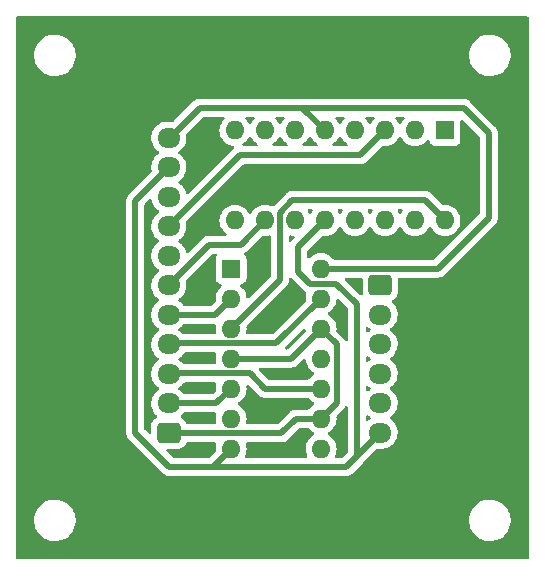
<source format=gbr>
%TF.GenerationSoftware,KiCad,Pcbnew,(6.0.6)*%
%TF.CreationDate,2022-10-10T23:24:50+05:30*%
%TF.ProjectId,exp2,65787032-2e6b-4696-9361-645f70636258,rev?*%
%TF.SameCoordinates,Original*%
%TF.FileFunction,Copper,L1,Top*%
%TF.FilePolarity,Positive*%
%FSLAX46Y46*%
G04 Gerber Fmt 4.6, Leading zero omitted, Abs format (unit mm)*
G04 Created by KiCad (PCBNEW (6.0.6)) date 2022-10-10 23:24:50*
%MOMM*%
%LPD*%
G01*
G04 APERTURE LIST*
G04 Aperture macros list*
%AMRoundRect*
0 Rectangle with rounded corners*
0 $1 Rounding radius*
0 $2 $3 $4 $5 $6 $7 $8 $9 X,Y pos of 4 corners*
0 Add a 4 corners polygon primitive as box body*
4,1,4,$2,$3,$4,$5,$6,$7,$8,$9,$2,$3,0*
0 Add four circle primitives for the rounded corners*
1,1,$1+$1,$2,$3*
1,1,$1+$1,$4,$5*
1,1,$1+$1,$6,$7*
1,1,$1+$1,$8,$9*
0 Add four rect primitives between the rounded corners*
20,1,$1+$1,$2,$3,$4,$5,0*
20,1,$1+$1,$4,$5,$6,$7,0*
20,1,$1+$1,$6,$7,$8,$9,0*
20,1,$1+$1,$8,$9,$2,$3,0*%
G04 Aperture macros list end*
%TA.AperFunction,ComponentPad*%
%ADD10RoundRect,0.250000X-0.725000X0.600000X-0.725000X-0.600000X0.725000X-0.600000X0.725000X0.600000X0*%
%TD*%
%TA.AperFunction,ComponentPad*%
%ADD11O,1.950000X1.700000*%
%TD*%
%TA.AperFunction,ComponentPad*%
%ADD12R,1.600000X1.600000*%
%TD*%
%TA.AperFunction,ComponentPad*%
%ADD13O,1.600000X1.600000*%
%TD*%
%TA.AperFunction,ComponentPad*%
%ADD14RoundRect,0.250000X0.725000X-0.600000X0.725000X0.600000X-0.725000X0.600000X-0.725000X-0.600000X0*%
%TD*%
%TA.AperFunction,Conductor*%
%ADD15C,0.508000*%
%TD*%
G04 APERTURE END LIST*
D10*
%TO.P,J2,1,Pin_1*%
%TO.N,CO*%
X129127500Y-99460000D03*
D11*
%TO.P,J2,2,Pin_2*%
%TO.N,S3*%
X129127500Y-101960000D03*
%TO.P,J2,3,Pin_3*%
%TO.N,S2*%
X129127500Y-104460000D03*
%TO.P,J2,4,Pin_4*%
%TO.N,S1*%
X129127500Y-106960000D03*
%TO.P,J2,5,Pin_5*%
%TO.N,S0*%
X129127500Y-109460000D03*
%TO.P,J2,6,Pin_6*%
%TO.N,GND*%
X129127500Y-111960000D03*
%TD*%
D12*
%TO.P,U2,1,A4*%
%TO.N,A3*%
X134620000Y-86360000D03*
D13*
%TO.P,U2,2,S3*%
%TO.N,S2*%
X132080000Y-86360000D03*
%TO.P,U2,3,A3*%
%TO.N,A2*%
X129540000Y-86360000D03*
%TO.P,U2,4,B3*%
%TO.N,Net-(U1-Pad11)*%
X127000000Y-86360000D03*
%TO.P,U2,5,VCC*%
%TO.N,VCC*%
X124460000Y-86360000D03*
%TO.P,U2,6,S2*%
%TO.N,S1*%
X121920000Y-86360000D03*
%TO.P,U2,7,B2*%
%TO.N,Net-(U1-Pad8)*%
X119380000Y-86360000D03*
%TO.P,U2,8,A2*%
%TO.N,A1*%
X116840000Y-86360000D03*
%TO.P,U2,9,S1*%
%TO.N,S0*%
X116840000Y-93980000D03*
%TO.P,U2,10,A1*%
%TO.N,A0*%
X119380000Y-93980000D03*
%TO.P,U2,11,B1*%
%TO.N,Net-(U1-Pad6)*%
X121920000Y-93980000D03*
%TO.P,U2,12,GND*%
%TO.N,GND*%
X124460000Y-93980000D03*
%TO.P,U2,13,C0*%
%TO.N,Cin*%
X127000000Y-93980000D03*
%TO.P,U2,14,C4*%
%TO.N,CO*%
X129540000Y-93980000D03*
%TO.P,U2,15,S4*%
%TO.N,S3*%
X132080000Y-93980000D03*
%TO.P,U2,16,B4*%
%TO.N,Net-(U1-Pad3)*%
X134620000Y-93980000D03*
%TD*%
D14*
%TO.P,J1,1,Pin_1*%
%TO.N,Cin*%
X111240000Y-111980000D03*
D11*
%TO.P,J1,2,Pin_2*%
%TO.N,B0*%
X111240000Y-109480000D03*
%TO.P,J1,3,Pin_3*%
%TO.N,B1*%
X111240000Y-106980000D03*
%TO.P,J1,4,Pin_4*%
%TO.N,B2*%
X111240000Y-104480000D03*
%TO.P,J1,5,Pin_5*%
%TO.N,B3*%
X111240000Y-101980000D03*
%TO.P,J1,6,Pin_6*%
%TO.N,A0*%
X111240000Y-99480000D03*
%TO.P,J1,7,Pin_7*%
%TO.N,A1*%
X111240000Y-96980000D03*
%TO.P,J1,8,Pin_8*%
%TO.N,A2*%
X111240000Y-94480000D03*
%TO.P,J1,9,Pin_9*%
%TO.N,A3*%
X111240000Y-91980000D03*
%TO.P,J1,10,Pin_10*%
%TO.N,GND*%
X111240000Y-89480000D03*
%TO.P,J1,11,Pin_11*%
%TO.N,VCC*%
X111240000Y-86980000D03*
%TD*%
D12*
%TO.P,U1,1*%
%TO.N,Cin*%
X116510000Y-98065000D03*
D13*
%TO.P,U1,2*%
%TO.N,B3*%
X116510000Y-100605000D03*
%TO.P,U1,3*%
%TO.N,Net-(U1-Pad3)*%
X116510000Y-103145000D03*
%TO.P,U1,4*%
%TO.N,Cin*%
X116510000Y-105685000D03*
%TO.P,U1,5*%
%TO.N,B0*%
X116510000Y-108225000D03*
%TO.P,U1,6*%
%TO.N,Net-(U1-Pad6)*%
X116510000Y-110765000D03*
%TO.P,U1,7,GND*%
%TO.N,GND*%
X116510000Y-113305000D03*
%TO.P,U1,8*%
%TO.N,Net-(U1-Pad8)*%
X124130000Y-113305000D03*
%TO.P,U1,9*%
%TO.N,Cin*%
X124130000Y-110765000D03*
%TO.P,U1,10*%
%TO.N,B1*%
X124130000Y-108225000D03*
%TO.P,U1,11*%
%TO.N,Net-(U1-Pad11)*%
X124130000Y-105685000D03*
%TO.P,U1,12*%
%TO.N,Cin*%
X124130000Y-103145000D03*
%TO.P,U1,13*%
%TO.N,B2*%
X124130000Y-100605000D03*
%TO.P,U1,14,VCC*%
%TO.N,VCC*%
X124130000Y-98065000D03*
%TD*%
D15*
%TO.N,A2*%
X127430000Y-88470000D02*
X129540000Y-86360000D01*
X117250000Y-88470000D02*
X127430000Y-88470000D01*
X111240000Y-94480000D02*
X117250000Y-88470000D01*
%TO.N,GND*%
X122200000Y-96240000D02*
X124460000Y-93980000D01*
X122200000Y-98370000D02*
X122200000Y-96240000D01*
X123170000Y-99340000D02*
X122200000Y-98370000D01*
X127150000Y-101090000D02*
X125400000Y-99340000D01*
X125400000Y-99340000D02*
X123170000Y-99340000D01*
X127150000Y-113960000D02*
X127150000Y-101090000D01*
%TO.N,Net-(U1-Pad3)*%
X120634000Y-93326000D02*
X121700000Y-92260000D01*
X120634000Y-99021000D02*
X120634000Y-93326000D01*
X121700000Y-92260000D02*
X132900000Y-92260000D01*
X132900000Y-92260000D02*
X134620000Y-93980000D01*
X116510000Y-103145000D02*
X120634000Y-99021000D01*
%TO.N,A0*%
X117320000Y-96040000D02*
X119380000Y-93980000D01*
X114680000Y-96040000D02*
X117320000Y-96040000D01*
X111240000Y-99480000D02*
X114680000Y-96040000D01*
%TO.N,GND*%
X127150000Y-113960000D02*
X129127500Y-111982500D01*
X126260000Y-114850000D02*
X127150000Y-113960000D01*
X114965000Y-114850000D02*
X126260000Y-114850000D01*
X108410000Y-92310000D02*
X111240000Y-89480000D01*
X108410000Y-111975601D02*
X108410000Y-92310000D01*
X111284399Y-114850000D02*
X108410000Y-111975601D01*
X114965000Y-114850000D02*
X111284399Y-114850000D01*
X116510000Y-113305000D02*
X114965000Y-114850000D01*
%TO.N,Cin*%
X120750000Y-112030000D02*
X122015000Y-110765000D01*
X121590000Y-105685000D02*
X124130000Y-103145000D01*
X111240000Y-111980000D02*
X111290000Y-112030000D01*
X124130000Y-110765000D02*
X125470000Y-109425000D01*
X122015000Y-110765000D02*
X124130000Y-110765000D01*
X116510000Y-105685000D02*
X121590000Y-105685000D01*
X111290000Y-112030000D02*
X120750000Y-112030000D01*
X125470000Y-104485000D02*
X124130000Y-103145000D01*
X125470000Y-109425000D02*
X125470000Y-104485000D01*
%TO.N,B0*%
X111240000Y-109480000D02*
X115255000Y-109480000D01*
X115255000Y-109480000D02*
X116510000Y-108225000D01*
%TO.N,B1*%
X111270000Y-106950000D02*
X118100000Y-106950000D01*
X119375000Y-108225000D02*
X124130000Y-108225000D01*
X118100000Y-106950000D02*
X119375000Y-108225000D01*
X111240000Y-106980000D02*
X111270000Y-106950000D01*
%TO.N,B2*%
X111240000Y-104480000D02*
X111314001Y-104405999D01*
X120329001Y-104405999D02*
X124130000Y-100605000D01*
X111314001Y-104405999D02*
X120329001Y-104405999D01*
%TO.N,B3*%
X115135000Y-101980000D02*
X116510000Y-100605000D01*
X111240000Y-101980000D02*
X115135000Y-101980000D01*
%TO.N,VCC*%
X138330000Y-93760000D02*
X138330000Y-86590000D01*
X113860000Y-84450000D02*
X122550000Y-84450000D01*
X136190000Y-84450000D02*
X122550000Y-84450000D01*
X124130000Y-98065000D02*
X134025000Y-98065000D01*
X111240000Y-86980000D02*
X111330000Y-86980000D01*
X134025000Y-98065000D02*
X138330000Y-93760000D01*
X122550000Y-84450000D02*
X124460000Y-86360000D01*
X111330000Y-86980000D02*
X113860000Y-84450000D01*
X138330000Y-86590000D02*
X136190000Y-84450000D01*
%TD*%
%TA.AperFunction,NonConductor*%
G36*
X120980933Y-85232502D02*
G01*
X121027426Y-85286158D01*
X121037530Y-85356432D01*
X121008036Y-85421012D01*
X121001907Y-85427595D01*
X120913802Y-85515700D01*
X120782477Y-85703251D01*
X120780154Y-85708233D01*
X120780151Y-85708238D01*
X120764195Y-85742457D01*
X120717278Y-85795742D01*
X120649001Y-85815203D01*
X120581041Y-85794661D01*
X120535805Y-85742457D01*
X120519849Y-85708238D01*
X120519846Y-85708233D01*
X120517523Y-85703251D01*
X120386198Y-85515700D01*
X120298093Y-85427595D01*
X120264067Y-85365283D01*
X120269132Y-85294468D01*
X120311679Y-85237632D01*
X120378199Y-85212821D01*
X120387188Y-85212500D01*
X120912812Y-85212500D01*
X120980933Y-85232502D01*
G37*
%TD.AperFunction*%
%TA.AperFunction,NonConductor*%
G36*
X118440933Y-85232502D02*
G01*
X118487426Y-85286158D01*
X118497530Y-85356432D01*
X118468036Y-85421012D01*
X118461907Y-85427595D01*
X118373802Y-85515700D01*
X118242477Y-85703251D01*
X118240154Y-85708233D01*
X118240151Y-85708238D01*
X118224195Y-85742457D01*
X118177278Y-85795742D01*
X118109001Y-85815203D01*
X118041041Y-85794661D01*
X117995805Y-85742457D01*
X117979849Y-85708238D01*
X117979846Y-85708233D01*
X117977523Y-85703251D01*
X117846198Y-85515700D01*
X117758093Y-85427595D01*
X117724067Y-85365283D01*
X117729132Y-85294468D01*
X117771679Y-85237632D01*
X117838199Y-85212821D01*
X117847188Y-85212500D01*
X118372812Y-85212500D01*
X118440933Y-85232502D01*
G37*
%TD.AperFunction*%
%TA.AperFunction,NonConductor*%
G36*
X131140933Y-85232502D02*
G01*
X131187426Y-85286158D01*
X131197530Y-85356432D01*
X131168036Y-85421012D01*
X131161907Y-85427595D01*
X131073802Y-85515700D01*
X130942477Y-85703251D01*
X130940154Y-85708233D01*
X130940151Y-85708238D01*
X130924195Y-85742457D01*
X130877278Y-85795742D01*
X130809001Y-85815203D01*
X130741041Y-85794661D01*
X130695805Y-85742457D01*
X130679849Y-85708238D01*
X130679846Y-85708233D01*
X130677523Y-85703251D01*
X130546198Y-85515700D01*
X130458093Y-85427595D01*
X130424067Y-85365283D01*
X130429132Y-85294468D01*
X130471679Y-85237632D01*
X130538199Y-85212821D01*
X130547188Y-85212500D01*
X131072812Y-85212500D01*
X131140933Y-85232502D01*
G37*
%TD.AperFunction*%
%TA.AperFunction,NonConductor*%
G36*
X126060933Y-85232502D02*
G01*
X126107426Y-85286158D01*
X126117530Y-85356432D01*
X126088036Y-85421012D01*
X126081907Y-85427595D01*
X125993802Y-85515700D01*
X125862477Y-85703251D01*
X125860154Y-85708233D01*
X125860151Y-85708238D01*
X125844195Y-85742457D01*
X125797278Y-85795742D01*
X125729001Y-85815203D01*
X125661041Y-85794661D01*
X125615805Y-85742457D01*
X125599849Y-85708238D01*
X125599846Y-85708233D01*
X125597523Y-85703251D01*
X125466198Y-85515700D01*
X125378093Y-85427595D01*
X125344067Y-85365283D01*
X125349132Y-85294468D01*
X125391679Y-85237632D01*
X125458199Y-85212821D01*
X125467188Y-85212500D01*
X125992812Y-85212500D01*
X126060933Y-85232502D01*
G37*
%TD.AperFunction*%
%TA.AperFunction,NonConductor*%
G36*
X128600933Y-85232502D02*
G01*
X128647426Y-85286158D01*
X128657530Y-85356432D01*
X128628036Y-85421012D01*
X128621907Y-85427595D01*
X128533802Y-85515700D01*
X128402477Y-85703251D01*
X128400154Y-85708233D01*
X128400151Y-85708238D01*
X128384195Y-85742457D01*
X128337278Y-85795742D01*
X128269001Y-85815203D01*
X128201041Y-85794661D01*
X128155805Y-85742457D01*
X128139849Y-85708238D01*
X128139846Y-85708233D01*
X128137523Y-85703251D01*
X128006198Y-85515700D01*
X127918093Y-85427595D01*
X127884067Y-85365283D01*
X127889132Y-85294468D01*
X127931679Y-85237632D01*
X127998199Y-85212821D01*
X128007188Y-85212500D01*
X128532812Y-85212500D01*
X128600933Y-85232502D01*
G37*
%TD.AperFunction*%
%TA.AperFunction,NonConductor*%
G36*
X125798959Y-86925339D02*
G01*
X125844195Y-86977543D01*
X125860151Y-87011762D01*
X125860154Y-87011767D01*
X125862477Y-87016749D01*
X125993802Y-87204300D01*
X126155700Y-87366198D01*
X126160208Y-87369355D01*
X126160211Y-87369357D01*
X126315779Y-87478287D01*
X126360107Y-87533744D01*
X126367416Y-87604364D01*
X126335385Y-87667724D01*
X126274184Y-87703709D01*
X126243508Y-87707500D01*
X125216492Y-87707500D01*
X125148371Y-87687498D01*
X125101878Y-87633842D01*
X125091774Y-87563568D01*
X125121268Y-87498988D01*
X125144221Y-87478287D01*
X125299789Y-87369357D01*
X125299792Y-87369355D01*
X125304300Y-87366198D01*
X125466198Y-87204300D01*
X125597523Y-87016749D01*
X125599846Y-87011767D01*
X125599849Y-87011762D01*
X125615805Y-86977543D01*
X125662722Y-86924258D01*
X125730999Y-86904797D01*
X125798959Y-86925339D01*
G37*
%TD.AperFunction*%
%TA.AperFunction,NonConductor*%
G36*
X123258959Y-86925339D02*
G01*
X123304195Y-86977543D01*
X123320151Y-87011762D01*
X123320154Y-87011767D01*
X123322477Y-87016749D01*
X123453802Y-87204300D01*
X123615700Y-87366198D01*
X123620208Y-87369355D01*
X123620211Y-87369357D01*
X123775779Y-87478287D01*
X123820107Y-87533744D01*
X123827416Y-87604364D01*
X123795385Y-87667724D01*
X123734184Y-87703709D01*
X123703508Y-87707500D01*
X122676492Y-87707500D01*
X122608371Y-87687498D01*
X122561878Y-87633842D01*
X122551774Y-87563568D01*
X122581268Y-87498988D01*
X122604221Y-87478287D01*
X122759789Y-87369357D01*
X122759792Y-87369355D01*
X122764300Y-87366198D01*
X122926198Y-87204300D01*
X123057523Y-87016749D01*
X123059846Y-87011767D01*
X123059849Y-87011762D01*
X123075805Y-86977543D01*
X123122722Y-86924258D01*
X123190999Y-86904797D01*
X123258959Y-86925339D01*
G37*
%TD.AperFunction*%
%TA.AperFunction,NonConductor*%
G36*
X120718959Y-86925339D02*
G01*
X120764195Y-86977543D01*
X120780151Y-87011762D01*
X120780154Y-87011767D01*
X120782477Y-87016749D01*
X120913802Y-87204300D01*
X121075700Y-87366198D01*
X121080208Y-87369355D01*
X121080211Y-87369357D01*
X121235779Y-87478287D01*
X121280107Y-87533744D01*
X121287416Y-87604364D01*
X121255385Y-87667724D01*
X121194184Y-87703709D01*
X121163508Y-87707500D01*
X120136492Y-87707500D01*
X120068371Y-87687498D01*
X120021878Y-87633842D01*
X120011774Y-87563568D01*
X120041268Y-87498988D01*
X120064221Y-87478287D01*
X120219789Y-87369357D01*
X120219792Y-87369355D01*
X120224300Y-87366198D01*
X120386198Y-87204300D01*
X120517523Y-87016749D01*
X120519846Y-87011767D01*
X120519849Y-87011762D01*
X120535805Y-86977543D01*
X120582722Y-86924258D01*
X120650999Y-86904797D01*
X120718959Y-86925339D01*
G37*
%TD.AperFunction*%
%TA.AperFunction,NonConductor*%
G36*
X118178959Y-86925339D02*
G01*
X118224195Y-86977543D01*
X118240151Y-87011762D01*
X118240154Y-87011767D01*
X118242477Y-87016749D01*
X118373802Y-87204300D01*
X118535700Y-87366198D01*
X118540208Y-87369355D01*
X118540211Y-87369357D01*
X118695779Y-87478287D01*
X118740107Y-87533744D01*
X118747416Y-87604364D01*
X118715385Y-87667724D01*
X118654184Y-87703709D01*
X118623508Y-87707500D01*
X117596492Y-87707500D01*
X117528371Y-87687498D01*
X117481878Y-87633842D01*
X117471774Y-87563568D01*
X117501268Y-87498988D01*
X117524221Y-87478287D01*
X117679789Y-87369357D01*
X117679792Y-87369355D01*
X117684300Y-87366198D01*
X117846198Y-87204300D01*
X117977523Y-87016749D01*
X117979846Y-87011767D01*
X117979849Y-87011762D01*
X117995805Y-86977543D01*
X118042722Y-86924258D01*
X118110999Y-86904797D01*
X118178959Y-86925339D01*
G37*
%TD.AperFunction*%
%TA.AperFunction,NonConductor*%
G36*
X115900933Y-85232502D02*
G01*
X115947426Y-85286158D01*
X115957530Y-85356432D01*
X115928036Y-85421012D01*
X115921907Y-85427595D01*
X115833802Y-85515700D01*
X115702477Y-85703251D01*
X115700154Y-85708233D01*
X115700151Y-85708238D01*
X115662637Y-85788688D01*
X115605716Y-85910757D01*
X115604294Y-85916065D01*
X115604293Y-85916067D01*
X115553293Y-86106401D01*
X115546457Y-86131913D01*
X115526502Y-86360000D01*
X115546457Y-86588087D01*
X115547881Y-86593400D01*
X115547881Y-86593402D01*
X115571656Y-86682129D01*
X115605716Y-86809243D01*
X115608039Y-86814224D01*
X115608039Y-86814225D01*
X115700151Y-87011762D01*
X115700154Y-87011767D01*
X115702477Y-87016749D01*
X115833802Y-87204300D01*
X115995700Y-87366198D01*
X116000208Y-87369355D01*
X116000211Y-87369357D01*
X116041542Y-87398297D01*
X116183251Y-87497523D01*
X116188233Y-87499846D01*
X116188238Y-87499849D01*
X116383249Y-87590783D01*
X116390757Y-87594284D01*
X116396065Y-87595706D01*
X116396067Y-87595707D01*
X116606598Y-87652119D01*
X116606600Y-87652119D01*
X116611913Y-87653543D01*
X116617399Y-87654023D01*
X116617405Y-87654024D01*
X116687507Y-87660158D01*
X116753625Y-87686021D01*
X116795265Y-87743525D01*
X116799205Y-87814412D01*
X116764195Y-87876176D01*
X116762024Y-87878131D01*
X116757565Y-87881054D01*
X116752532Y-87886367D01*
X116704012Y-87937586D01*
X116701634Y-87940028D01*
X112901859Y-91739803D01*
X112839547Y-91773829D01*
X112768732Y-91768764D01*
X112711896Y-91726217D01*
X112689449Y-91676581D01*
X112672003Y-91593430D01*
X112672001Y-91593424D01*
X112670907Y-91588209D01*
X112663310Y-91568973D01*
X112588185Y-91378744D01*
X112588184Y-91378742D01*
X112586224Y-91373779D01*
X112466623Y-91176683D01*
X112315523Y-91002555D01*
X112273970Y-90968484D01*
X112141373Y-90859760D01*
X112141367Y-90859756D01*
X112137245Y-90856376D01*
X112105750Y-90838448D01*
X112056445Y-90787368D01*
X112042583Y-90717738D01*
X112068566Y-90651667D01*
X112097716Y-90624427D01*
X112113398Y-90613870D01*
X112219319Y-90542559D01*
X112386135Y-90383424D01*
X112523754Y-90198458D01*
X112628240Y-89992949D01*
X112696607Y-89772773D01*
X112726898Y-89544226D01*
X112718249Y-89313842D01*
X112670907Y-89088209D01*
X112661638Y-89064739D01*
X112588185Y-88878744D01*
X112588184Y-88878742D01*
X112586224Y-88873779D01*
X112466623Y-88676683D01*
X112379755Y-88576576D01*
X112319023Y-88506588D01*
X112319021Y-88506586D01*
X112315523Y-88502555D01*
X112273970Y-88468484D01*
X112141373Y-88359760D01*
X112141367Y-88359756D01*
X112137245Y-88356376D01*
X112105750Y-88338448D01*
X112056445Y-88287368D01*
X112042583Y-88217738D01*
X112068566Y-88151667D01*
X112097716Y-88124427D01*
X112133642Y-88100240D01*
X112219319Y-88042559D01*
X112386135Y-87883424D01*
X112392209Y-87875261D01*
X112514377Y-87711061D01*
X112523754Y-87698458D01*
X112529327Y-87687498D01*
X112583342Y-87581256D01*
X112628240Y-87492949D01*
X112652789Y-87413891D01*
X112695024Y-87277871D01*
X112696607Y-87272773D01*
X112706280Y-87199789D01*
X112726198Y-87049511D01*
X112726198Y-87049506D01*
X112726898Y-87044226D01*
X112725867Y-87016749D01*
X112718449Y-86819173D01*
X112718249Y-86813842D01*
X112707322Y-86761764D01*
X112712909Y-86690989D01*
X112741542Y-86646796D01*
X114138933Y-85249405D01*
X114201245Y-85215379D01*
X114228028Y-85212500D01*
X115832812Y-85212500D01*
X115900933Y-85232502D01*
G37*
%TD.AperFunction*%
%TA.AperFunction,NonConductor*%
G36*
X128439142Y-93042502D02*
G01*
X128485635Y-93096158D01*
X128495739Y-93166432D01*
X128474234Y-93220770D01*
X128405637Y-93318737D01*
X128405633Y-93318743D01*
X128402477Y-93323251D01*
X128400154Y-93328233D01*
X128400151Y-93328238D01*
X128384195Y-93362457D01*
X128337278Y-93415742D01*
X128269001Y-93435203D01*
X128201041Y-93414661D01*
X128155805Y-93362457D01*
X128139849Y-93328238D01*
X128139846Y-93328233D01*
X128137523Y-93323251D01*
X128134367Y-93318743D01*
X128134363Y-93318737D01*
X128065766Y-93220770D01*
X128043078Y-93153496D01*
X128060363Y-93084636D01*
X128112133Y-93036052D01*
X128168979Y-93022500D01*
X128371021Y-93022500D01*
X128439142Y-93042502D01*
G37*
%TD.AperFunction*%
%TA.AperFunction,NonConductor*%
G36*
X130979142Y-93042502D02*
G01*
X131025635Y-93096158D01*
X131035739Y-93166432D01*
X131014234Y-93220770D01*
X130945637Y-93318737D01*
X130945633Y-93318743D01*
X130942477Y-93323251D01*
X130940154Y-93328233D01*
X130940151Y-93328238D01*
X130924195Y-93362457D01*
X130877278Y-93415742D01*
X130809001Y-93435203D01*
X130741041Y-93414661D01*
X130695805Y-93362457D01*
X130679849Y-93328238D01*
X130679846Y-93328233D01*
X130677523Y-93323251D01*
X130674367Y-93318743D01*
X130674363Y-93318737D01*
X130605766Y-93220770D01*
X130583078Y-93153496D01*
X130600363Y-93084636D01*
X130652133Y-93036052D01*
X130708979Y-93022500D01*
X130911021Y-93022500D01*
X130979142Y-93042502D01*
G37*
%TD.AperFunction*%
%TA.AperFunction,NonConductor*%
G36*
X123359142Y-93042502D02*
G01*
X123405635Y-93096158D01*
X123415739Y-93166432D01*
X123394234Y-93220770D01*
X123325637Y-93318737D01*
X123325633Y-93318743D01*
X123322477Y-93323251D01*
X123320154Y-93328233D01*
X123320151Y-93328238D01*
X123304195Y-93362457D01*
X123257278Y-93415742D01*
X123189001Y-93435203D01*
X123121041Y-93414661D01*
X123075805Y-93362457D01*
X123059849Y-93328238D01*
X123059846Y-93328233D01*
X123057523Y-93323251D01*
X123054367Y-93318743D01*
X123054363Y-93318737D01*
X122985766Y-93220770D01*
X122963078Y-93153496D01*
X122980363Y-93084636D01*
X123032133Y-93036052D01*
X123088979Y-93022500D01*
X123291021Y-93022500D01*
X123359142Y-93042502D01*
G37*
%TD.AperFunction*%
%TA.AperFunction,NonConductor*%
G36*
X125899142Y-93042502D02*
G01*
X125945635Y-93096158D01*
X125955739Y-93166432D01*
X125934234Y-93220770D01*
X125865637Y-93318737D01*
X125865633Y-93318743D01*
X125862477Y-93323251D01*
X125860154Y-93328233D01*
X125860151Y-93328238D01*
X125844195Y-93362457D01*
X125797278Y-93415742D01*
X125729001Y-93435203D01*
X125661041Y-93414661D01*
X125615805Y-93362457D01*
X125599849Y-93328238D01*
X125599846Y-93328233D01*
X125597523Y-93323251D01*
X125594367Y-93318743D01*
X125594363Y-93318737D01*
X125525766Y-93220770D01*
X125503078Y-93153496D01*
X125520363Y-93084636D01*
X125572133Y-93036052D01*
X125628979Y-93022500D01*
X125831021Y-93022500D01*
X125899142Y-93042502D01*
G37*
%TD.AperFunction*%
%TA.AperFunction,NonConductor*%
G36*
X121555111Y-95236887D02*
G01*
X121686598Y-95272119D01*
X121686600Y-95272119D01*
X121691913Y-95273543D01*
X121751316Y-95278740D01*
X121787065Y-95281868D01*
X121853183Y-95307732D01*
X121894823Y-95365235D01*
X121898763Y-95436123D01*
X121865178Y-95496484D01*
X121708472Y-95653190D01*
X121694059Y-95665577D01*
X121676436Y-95678546D01*
X121671692Y-95684129D01*
X121671693Y-95684129D01*
X121642021Y-95719055D01*
X121635091Y-95726571D01*
X121629347Y-95732315D01*
X121627072Y-95735191D01*
X121627069Y-95735194D01*
X121621313Y-95742469D01*
X121563361Y-95783481D01*
X121492435Y-95786650D01*
X121431054Y-95750972D01*
X121398707Y-95687772D01*
X121396500Y-95664290D01*
X121396500Y-95358594D01*
X121416502Y-95290473D01*
X121470158Y-95243980D01*
X121540432Y-95233876D01*
X121555111Y-95236887D01*
G37*
%TD.AperFunction*%
%TA.AperFunction,NonConductor*%
G36*
X136137012Y-85475804D02*
G01*
X136143595Y-85481933D01*
X137530595Y-86868933D01*
X137564621Y-86931245D01*
X137567500Y-86958028D01*
X137567500Y-93391972D01*
X137547498Y-93460093D01*
X137530595Y-93481067D01*
X133746067Y-97265595D01*
X133683755Y-97299621D01*
X133656972Y-97302500D01*
X125259067Y-97302500D01*
X125190946Y-97282498D01*
X125155855Y-97248772D01*
X125139359Y-97225214D01*
X125139357Y-97225212D01*
X125136198Y-97220700D01*
X124974300Y-97058802D01*
X124969792Y-97055645D01*
X124969789Y-97055643D01*
X124813819Y-96946432D01*
X124786749Y-96927477D01*
X124781767Y-96925154D01*
X124781762Y-96925151D01*
X124584225Y-96833039D01*
X124584224Y-96833039D01*
X124579243Y-96830716D01*
X124573935Y-96829294D01*
X124573933Y-96829293D01*
X124363402Y-96772881D01*
X124363400Y-96772881D01*
X124358087Y-96771457D01*
X124130000Y-96751502D01*
X123901913Y-96771457D01*
X123896600Y-96772881D01*
X123896598Y-96772881D01*
X123686067Y-96829293D01*
X123686065Y-96829294D01*
X123680757Y-96830716D01*
X123675776Y-96833039D01*
X123675775Y-96833039D01*
X123478238Y-96925151D01*
X123478233Y-96925154D01*
X123473251Y-96927477D01*
X123446181Y-96946432D01*
X123290211Y-97055643D01*
X123290208Y-97055645D01*
X123285700Y-97058802D01*
X123177595Y-97166907D01*
X123115283Y-97200933D01*
X123044468Y-97195868D01*
X122987632Y-97153321D01*
X122962821Y-97086801D01*
X122962500Y-97077812D01*
X122962500Y-96608028D01*
X122982502Y-96539907D01*
X122999405Y-96518933D01*
X124202212Y-95316126D01*
X124264524Y-95282100D01*
X124302289Y-95279700D01*
X124454525Y-95293019D01*
X124460000Y-95293498D01*
X124688087Y-95273543D01*
X124693400Y-95272119D01*
X124693402Y-95272119D01*
X124903933Y-95215707D01*
X124903935Y-95215706D01*
X124909243Y-95214284D01*
X124914225Y-95211961D01*
X125111762Y-95119849D01*
X125111767Y-95119846D01*
X125116749Y-95117523D01*
X125294659Y-94992949D01*
X125299789Y-94989357D01*
X125299792Y-94989355D01*
X125304300Y-94986198D01*
X125466198Y-94824300D01*
X125597523Y-94636749D01*
X125599846Y-94631767D01*
X125599849Y-94631762D01*
X125615805Y-94597543D01*
X125662722Y-94544258D01*
X125730999Y-94524797D01*
X125798959Y-94545339D01*
X125844195Y-94597543D01*
X125860151Y-94631762D01*
X125860154Y-94631767D01*
X125862477Y-94636749D01*
X125993802Y-94824300D01*
X126155700Y-94986198D01*
X126160208Y-94989355D01*
X126160211Y-94989357D01*
X126165341Y-94992949D01*
X126343251Y-95117523D01*
X126348233Y-95119846D01*
X126348238Y-95119849D01*
X126545775Y-95211961D01*
X126550757Y-95214284D01*
X126556065Y-95215706D01*
X126556067Y-95215707D01*
X126766598Y-95272119D01*
X126766600Y-95272119D01*
X126771913Y-95273543D01*
X127000000Y-95293498D01*
X127228087Y-95273543D01*
X127233400Y-95272119D01*
X127233402Y-95272119D01*
X127443933Y-95215707D01*
X127443935Y-95215706D01*
X127449243Y-95214284D01*
X127454225Y-95211961D01*
X127651762Y-95119849D01*
X127651767Y-95119846D01*
X127656749Y-95117523D01*
X127834659Y-94992949D01*
X127839789Y-94989357D01*
X127839792Y-94989355D01*
X127844300Y-94986198D01*
X128006198Y-94824300D01*
X128137523Y-94636749D01*
X128139846Y-94631767D01*
X128139849Y-94631762D01*
X128155805Y-94597543D01*
X128202722Y-94544258D01*
X128270999Y-94524797D01*
X128338959Y-94545339D01*
X128384195Y-94597543D01*
X128400151Y-94631762D01*
X128400154Y-94631767D01*
X128402477Y-94636749D01*
X128533802Y-94824300D01*
X128695700Y-94986198D01*
X128700208Y-94989355D01*
X128700211Y-94989357D01*
X128705341Y-94992949D01*
X128883251Y-95117523D01*
X128888233Y-95119846D01*
X128888238Y-95119849D01*
X129085775Y-95211961D01*
X129090757Y-95214284D01*
X129096065Y-95215706D01*
X129096067Y-95215707D01*
X129306598Y-95272119D01*
X129306600Y-95272119D01*
X129311913Y-95273543D01*
X129540000Y-95293498D01*
X129768087Y-95273543D01*
X129773400Y-95272119D01*
X129773402Y-95272119D01*
X129983933Y-95215707D01*
X129983935Y-95215706D01*
X129989243Y-95214284D01*
X129994225Y-95211961D01*
X130191762Y-95119849D01*
X130191767Y-95119846D01*
X130196749Y-95117523D01*
X130374659Y-94992949D01*
X130379789Y-94989357D01*
X130379792Y-94989355D01*
X130384300Y-94986198D01*
X130546198Y-94824300D01*
X130677523Y-94636749D01*
X130679846Y-94631767D01*
X130679849Y-94631762D01*
X130695805Y-94597543D01*
X130742722Y-94544258D01*
X130810999Y-94524797D01*
X130878959Y-94545339D01*
X130924195Y-94597543D01*
X130940151Y-94631762D01*
X130940154Y-94631767D01*
X130942477Y-94636749D01*
X131073802Y-94824300D01*
X131235700Y-94986198D01*
X131240208Y-94989355D01*
X131240211Y-94989357D01*
X131245341Y-94992949D01*
X131423251Y-95117523D01*
X131428233Y-95119846D01*
X131428238Y-95119849D01*
X131625775Y-95211961D01*
X131630757Y-95214284D01*
X131636065Y-95215706D01*
X131636067Y-95215707D01*
X131846598Y-95272119D01*
X131846600Y-95272119D01*
X131851913Y-95273543D01*
X132080000Y-95293498D01*
X132308087Y-95273543D01*
X132313400Y-95272119D01*
X132313402Y-95272119D01*
X132523933Y-95215707D01*
X132523935Y-95215706D01*
X132529243Y-95214284D01*
X132534225Y-95211961D01*
X132731762Y-95119849D01*
X132731767Y-95119846D01*
X132736749Y-95117523D01*
X132914659Y-94992949D01*
X132919789Y-94989357D01*
X132919792Y-94989355D01*
X132924300Y-94986198D01*
X133086198Y-94824300D01*
X133217523Y-94636749D01*
X133219846Y-94631767D01*
X133219849Y-94631762D01*
X133235805Y-94597543D01*
X133282722Y-94544258D01*
X133350999Y-94524797D01*
X133418959Y-94545339D01*
X133464195Y-94597543D01*
X133480151Y-94631762D01*
X133480154Y-94631767D01*
X133482477Y-94636749D01*
X133613802Y-94824300D01*
X133775700Y-94986198D01*
X133780208Y-94989355D01*
X133780211Y-94989357D01*
X133785341Y-94992949D01*
X133963251Y-95117523D01*
X133968233Y-95119846D01*
X133968238Y-95119849D01*
X134165775Y-95211961D01*
X134170757Y-95214284D01*
X134176065Y-95215706D01*
X134176067Y-95215707D01*
X134386598Y-95272119D01*
X134386600Y-95272119D01*
X134391913Y-95273543D01*
X134620000Y-95293498D01*
X134848087Y-95273543D01*
X134853400Y-95272119D01*
X134853402Y-95272119D01*
X135063933Y-95215707D01*
X135063935Y-95215706D01*
X135069243Y-95214284D01*
X135074225Y-95211961D01*
X135271762Y-95119849D01*
X135271767Y-95119846D01*
X135276749Y-95117523D01*
X135454659Y-94992949D01*
X135459789Y-94989357D01*
X135459792Y-94989355D01*
X135464300Y-94986198D01*
X135626198Y-94824300D01*
X135757523Y-94636749D01*
X135759846Y-94631767D01*
X135759849Y-94631762D01*
X135851961Y-94434225D01*
X135851961Y-94434224D01*
X135854284Y-94429243D01*
X135883778Y-94319173D01*
X135912119Y-94213402D01*
X135912119Y-94213400D01*
X135913543Y-94208087D01*
X135933498Y-93980000D01*
X135913543Y-93751913D01*
X135866561Y-93576576D01*
X135855707Y-93536067D01*
X135855706Y-93536065D01*
X135854284Y-93530757D01*
X135851961Y-93525775D01*
X135759849Y-93328238D01*
X135759846Y-93328233D01*
X135757523Y-93323251D01*
X135626198Y-93135700D01*
X135464300Y-92973802D01*
X135459792Y-92970645D01*
X135459789Y-92970643D01*
X135381611Y-92915902D01*
X135276749Y-92842477D01*
X135271767Y-92840154D01*
X135271762Y-92840151D01*
X135074225Y-92748039D01*
X135074224Y-92748039D01*
X135069243Y-92745716D01*
X135063935Y-92744294D01*
X135063933Y-92744293D01*
X134853402Y-92687881D01*
X134853400Y-92687881D01*
X134848087Y-92686457D01*
X134620000Y-92666502D01*
X134614525Y-92666981D01*
X134462289Y-92680300D01*
X134392684Y-92666311D01*
X134362212Y-92643874D01*
X133486810Y-91768472D01*
X133474423Y-91754059D01*
X133465795Y-91742335D01*
X133461454Y-91736436D01*
X133420945Y-91702021D01*
X133413429Y-91695091D01*
X133407685Y-91689347D01*
X133404811Y-91687073D01*
X133404804Y-91687067D01*
X133385289Y-91671628D01*
X133381885Y-91668837D01*
X133331528Y-91626055D01*
X133331524Y-91626052D01*
X133325949Y-91621316D01*
X133319432Y-91617988D01*
X133314368Y-91614611D01*
X133309144Y-91611384D01*
X133303400Y-91606840D01*
X133240797Y-91577581D01*
X133236918Y-91575768D01*
X133232967Y-91573837D01*
X133174117Y-91543787D01*
X133167596Y-91540457D01*
X133160481Y-91538716D01*
X133154735Y-91536579D01*
X133148952Y-91534655D01*
X133142321Y-91531556D01*
X133070443Y-91516606D01*
X133066171Y-91515639D01*
X132994888Y-91498196D01*
X132989289Y-91497849D01*
X132989285Y-91497848D01*
X132983670Y-91497500D01*
X132983672Y-91497461D01*
X132979771Y-91497228D01*
X132975412Y-91496839D01*
X132968244Y-91495348D01*
X132960927Y-91495546D01*
X132890423Y-91497454D01*
X132887014Y-91497500D01*
X121767377Y-91497500D01*
X121748427Y-91496067D01*
X121734028Y-91493876D01*
X121734022Y-91493876D01*
X121726793Y-91492776D01*
X121719501Y-91493369D01*
X121719498Y-91493369D01*
X121673818Y-91497085D01*
X121663603Y-91497500D01*
X121655475Y-91497500D01*
X121651853Y-91497922D01*
X121651840Y-91497923D01*
X121627086Y-91500809D01*
X121622727Y-91501240D01*
X121549574Y-91507191D01*
X121542612Y-91509447D01*
X121536624Y-91510643D01*
X121530667Y-91512051D01*
X121523393Y-91512899D01*
X121516511Y-91515397D01*
X121516507Y-91515398D01*
X121454393Y-91537945D01*
X121450289Y-91539355D01*
X121380425Y-91561987D01*
X121374162Y-91565787D01*
X121368620Y-91568325D01*
X121363144Y-91571067D01*
X121356259Y-91573566D01*
X121350135Y-91577581D01*
X121294868Y-91613815D01*
X121291200Y-91616130D01*
X121228419Y-91654227D01*
X121224214Y-91657941D01*
X121224211Y-91657943D01*
X121219995Y-91661667D01*
X121219969Y-91661638D01*
X121217038Y-91664238D01*
X121213684Y-91667042D01*
X121207565Y-91671054D01*
X121178230Y-91702021D01*
X121154012Y-91727586D01*
X121151634Y-91730028D01*
X120142472Y-92739190D01*
X120128059Y-92751577D01*
X120110436Y-92764546D01*
X120105694Y-92770128D01*
X120104311Y-92771756D01*
X120103085Y-92772561D01*
X120100344Y-92775117D01*
X120099906Y-92774648D01*
X120044963Y-92810721D01*
X119973970Y-92811415D01*
X119955036Y-92804373D01*
X119834230Y-92748041D01*
X119834225Y-92748039D01*
X119829243Y-92745716D01*
X119823935Y-92744294D01*
X119823933Y-92744293D01*
X119613402Y-92687881D01*
X119613400Y-92687881D01*
X119608087Y-92686457D01*
X119380000Y-92666502D01*
X119151913Y-92686457D01*
X119146600Y-92687881D01*
X119146598Y-92687881D01*
X118936067Y-92744293D01*
X118936065Y-92744294D01*
X118930757Y-92745716D01*
X118925776Y-92748039D01*
X118925775Y-92748039D01*
X118728238Y-92840151D01*
X118728233Y-92840154D01*
X118723251Y-92842477D01*
X118618389Y-92915902D01*
X118540211Y-92970643D01*
X118540208Y-92970645D01*
X118535700Y-92973802D01*
X118373802Y-93135700D01*
X118242477Y-93323251D01*
X118240154Y-93328233D01*
X118240151Y-93328238D01*
X118224195Y-93362457D01*
X118177278Y-93415742D01*
X118109001Y-93435203D01*
X118041041Y-93414661D01*
X117995805Y-93362457D01*
X117979849Y-93328238D01*
X117979846Y-93328233D01*
X117977523Y-93323251D01*
X117846198Y-93135700D01*
X117684300Y-92973802D01*
X117679792Y-92970645D01*
X117679789Y-92970643D01*
X117601611Y-92915902D01*
X117496749Y-92842477D01*
X117491767Y-92840154D01*
X117491762Y-92840151D01*
X117294225Y-92748039D01*
X117294224Y-92748039D01*
X117289243Y-92745716D01*
X117283935Y-92744294D01*
X117283933Y-92744293D01*
X117073402Y-92687881D01*
X117073400Y-92687881D01*
X117068087Y-92686457D01*
X116840000Y-92666502D01*
X116611913Y-92686457D01*
X116606600Y-92687881D01*
X116606598Y-92687881D01*
X116396067Y-92744293D01*
X116396065Y-92744294D01*
X116390757Y-92745716D01*
X116385776Y-92748039D01*
X116385775Y-92748039D01*
X116188238Y-92840151D01*
X116188233Y-92840154D01*
X116183251Y-92842477D01*
X116078389Y-92915902D01*
X116000211Y-92970643D01*
X116000208Y-92970645D01*
X115995700Y-92973802D01*
X115833802Y-93135700D01*
X115702477Y-93323251D01*
X115700154Y-93328233D01*
X115700151Y-93328238D01*
X115608039Y-93525775D01*
X115605716Y-93530757D01*
X115604294Y-93536065D01*
X115604293Y-93536067D01*
X115593439Y-93576576D01*
X115546457Y-93751913D01*
X115526502Y-93980000D01*
X115546457Y-94208087D01*
X115547881Y-94213400D01*
X115547881Y-94213402D01*
X115576223Y-94319173D01*
X115605716Y-94429243D01*
X115608039Y-94434224D01*
X115608039Y-94434225D01*
X115700151Y-94631762D01*
X115700154Y-94631767D01*
X115702477Y-94636749D01*
X115833802Y-94824300D01*
X115995700Y-94986198D01*
X116000208Y-94989355D01*
X116000211Y-94989357D01*
X116084372Y-95048287D01*
X116128700Y-95103744D01*
X116136009Y-95174364D01*
X116103978Y-95237724D01*
X116042777Y-95273709D01*
X116012101Y-95277500D01*
X114747377Y-95277500D01*
X114728427Y-95276067D01*
X114714028Y-95273876D01*
X114714022Y-95273876D01*
X114706793Y-95272776D01*
X114699501Y-95273369D01*
X114699498Y-95273369D01*
X114653818Y-95277085D01*
X114643603Y-95277500D01*
X114635475Y-95277500D01*
X114631853Y-95277922D01*
X114631840Y-95277923D01*
X114607086Y-95280809D01*
X114602727Y-95281240D01*
X114529574Y-95287191D01*
X114522612Y-95289447D01*
X114516624Y-95290643D01*
X114510667Y-95292051D01*
X114503393Y-95292899D01*
X114496511Y-95295397D01*
X114496507Y-95295398D01*
X114434393Y-95317945D01*
X114430289Y-95319355D01*
X114360425Y-95341987D01*
X114354162Y-95345787D01*
X114348620Y-95348325D01*
X114343144Y-95351067D01*
X114336259Y-95353566D01*
X114330135Y-95357581D01*
X114274868Y-95393815D01*
X114271200Y-95396130D01*
X114208419Y-95434227D01*
X114204214Y-95437941D01*
X114204211Y-95437943D01*
X114199995Y-95441667D01*
X114199969Y-95441638D01*
X114197038Y-95444238D01*
X114193684Y-95447042D01*
X114187565Y-95451054D01*
X114182533Y-95456366D01*
X114134012Y-95507586D01*
X114131634Y-95510028D01*
X112901859Y-96739803D01*
X112839547Y-96773829D01*
X112768732Y-96768764D01*
X112711896Y-96726217D01*
X112689449Y-96676581D01*
X112672003Y-96593430D01*
X112672001Y-96593424D01*
X112670907Y-96588209D01*
X112664669Y-96572414D01*
X112588185Y-96378744D01*
X112588184Y-96378742D01*
X112586224Y-96373779D01*
X112466623Y-96176683D01*
X112379755Y-96076576D01*
X112319023Y-96006588D01*
X112319021Y-96006586D01*
X112315523Y-96002555D01*
X112273970Y-95968484D01*
X112141373Y-95859760D01*
X112141367Y-95859756D01*
X112137245Y-95856376D01*
X112105750Y-95838448D01*
X112056445Y-95787368D01*
X112042583Y-95717738D01*
X112068566Y-95651667D01*
X112097716Y-95624427D01*
X112133642Y-95600240D01*
X112219319Y-95542559D01*
X112254707Y-95508801D01*
X112325111Y-95441638D01*
X112386135Y-95383424D01*
X112412250Y-95348325D01*
X112467641Y-95273876D01*
X112523754Y-95198458D01*
X112533313Y-95179658D01*
X112625822Y-94997704D01*
X112628240Y-94992949D01*
X112630337Y-94986198D01*
X112695024Y-94777871D01*
X112696607Y-94772773D01*
X112697308Y-94767484D01*
X112726198Y-94549511D01*
X112726198Y-94549506D01*
X112726898Y-94544226D01*
X112718249Y-94313842D01*
X112691713Y-94187372D01*
X112697300Y-94116598D01*
X112725933Y-94072405D01*
X117528933Y-89269405D01*
X117591245Y-89235379D01*
X117618028Y-89232500D01*
X127362624Y-89232500D01*
X127381574Y-89233933D01*
X127395973Y-89236124D01*
X127395979Y-89236124D01*
X127403208Y-89237224D01*
X127410500Y-89236631D01*
X127410503Y-89236631D01*
X127456183Y-89232915D01*
X127466398Y-89232500D01*
X127474525Y-89232500D01*
X127478161Y-89232076D01*
X127478163Y-89232076D01*
X127481615Y-89231673D01*
X127502924Y-89229189D01*
X127507244Y-89228762D01*
X127580426Y-89222809D01*
X127587388Y-89220553D01*
X127593376Y-89219357D01*
X127599333Y-89217949D01*
X127606607Y-89217101D01*
X127613489Y-89214603D01*
X127613493Y-89214602D01*
X127675607Y-89192055D01*
X127679711Y-89190645D01*
X127749575Y-89168013D01*
X127755838Y-89164213D01*
X127761380Y-89161675D01*
X127766856Y-89158933D01*
X127773741Y-89156434D01*
X127835132Y-89116185D01*
X127838800Y-89113870D01*
X127901581Y-89075773D01*
X127905786Y-89072059D01*
X127905789Y-89072057D01*
X127910005Y-89068333D01*
X127910031Y-89068362D01*
X127912962Y-89065762D01*
X127916316Y-89062958D01*
X127922435Y-89058946D01*
X127975989Y-89002413D01*
X127978366Y-88999972D01*
X129282212Y-87696126D01*
X129344524Y-87662100D01*
X129382289Y-87659700D01*
X129534525Y-87673019D01*
X129540000Y-87673498D01*
X129768087Y-87653543D01*
X129773400Y-87652119D01*
X129773402Y-87652119D01*
X129983933Y-87595707D01*
X129983935Y-87595706D01*
X129989243Y-87594284D01*
X129996751Y-87590783D01*
X130191762Y-87499849D01*
X130191767Y-87499846D01*
X130196749Y-87497523D01*
X130338458Y-87398297D01*
X130379789Y-87369357D01*
X130379792Y-87369355D01*
X130384300Y-87366198D01*
X130546198Y-87204300D01*
X130677523Y-87016749D01*
X130679846Y-87011767D01*
X130679849Y-87011762D01*
X130695805Y-86977543D01*
X130742722Y-86924258D01*
X130810999Y-86904797D01*
X130878959Y-86925339D01*
X130924195Y-86977543D01*
X130940151Y-87011762D01*
X130940154Y-87011767D01*
X130942477Y-87016749D01*
X131073802Y-87204300D01*
X131235700Y-87366198D01*
X131240208Y-87369355D01*
X131240211Y-87369357D01*
X131281542Y-87398297D01*
X131423251Y-87497523D01*
X131428233Y-87499846D01*
X131428238Y-87499849D01*
X131623249Y-87590783D01*
X131630757Y-87594284D01*
X131636065Y-87595706D01*
X131636067Y-87595707D01*
X131846598Y-87652119D01*
X131846600Y-87652119D01*
X131851913Y-87653543D01*
X132080000Y-87673498D01*
X132308087Y-87653543D01*
X132313400Y-87652119D01*
X132313402Y-87652119D01*
X132523933Y-87595707D01*
X132523935Y-87595706D01*
X132529243Y-87594284D01*
X132536751Y-87590783D01*
X132731762Y-87499849D01*
X132731767Y-87499846D01*
X132736749Y-87497523D01*
X132878458Y-87398297D01*
X132919789Y-87369357D01*
X132919792Y-87369355D01*
X132924300Y-87366198D01*
X133086198Y-87204300D01*
X133089357Y-87199789D01*
X133092892Y-87195576D01*
X133094026Y-87196527D01*
X133144071Y-87156529D01*
X133214690Y-87149224D01*
X133278049Y-87181258D01*
X133314030Y-87242462D01*
X133317082Y-87259517D01*
X133318255Y-87270316D01*
X133369385Y-87406705D01*
X133456739Y-87523261D01*
X133573295Y-87610615D01*
X133709684Y-87661745D01*
X133771866Y-87668500D01*
X135468134Y-87668500D01*
X135530316Y-87661745D01*
X135666705Y-87610615D01*
X135783261Y-87523261D01*
X135870615Y-87406705D01*
X135921745Y-87270316D01*
X135928500Y-87208134D01*
X135928500Y-85571028D01*
X135948502Y-85502907D01*
X136002158Y-85456414D01*
X136072432Y-85446310D01*
X136137012Y-85475804D01*
G37*
%TD.AperFunction*%
%TA.AperFunction,NonConductor*%
G36*
X127586121Y-98847502D02*
G01*
X127632614Y-98901158D01*
X127644000Y-98953500D01*
X127644000Y-100110400D01*
X127644337Y-100113646D01*
X127644337Y-100113650D01*
X127653116Y-100198257D01*
X127640251Y-100268078D01*
X127591681Y-100319861D01*
X127522825Y-100337163D01*
X127455545Y-100314493D01*
X127438694Y-100300356D01*
X126180933Y-99042595D01*
X126146907Y-98980283D01*
X126151972Y-98909468D01*
X126194519Y-98852632D01*
X126261039Y-98827821D01*
X126270028Y-98827500D01*
X127518000Y-98827500D01*
X127586121Y-98847502D01*
G37*
%TD.AperFunction*%
%TA.AperFunction,NonConductor*%
G36*
X119783865Y-95247151D02*
G01*
X119842661Y-95286945D01*
X119870609Y-95352209D01*
X119871500Y-95367168D01*
X119871500Y-98652972D01*
X119851498Y-98721093D01*
X119834595Y-98742067D01*
X118026484Y-100550178D01*
X117964172Y-100584204D01*
X117893357Y-100579139D01*
X117836521Y-100536592D01*
X117811868Y-100472065D01*
X117808740Y-100436316D01*
X117803543Y-100376913D01*
X117788256Y-100319861D01*
X117745707Y-100161067D01*
X117745706Y-100161065D01*
X117744284Y-100155757D01*
X117734799Y-100135416D01*
X117649849Y-99953238D01*
X117649846Y-99953233D01*
X117647523Y-99948251D01*
X117565792Y-99831528D01*
X117519357Y-99765211D01*
X117519355Y-99765208D01*
X117516198Y-99760700D01*
X117354300Y-99598802D01*
X117349789Y-99595643D01*
X117345576Y-99592108D01*
X117346527Y-99590974D01*
X117306529Y-99540929D01*
X117299224Y-99470310D01*
X117331258Y-99406951D01*
X117392462Y-99370970D01*
X117409517Y-99367918D01*
X117420316Y-99366745D01*
X117556705Y-99315615D01*
X117673261Y-99228261D01*
X117760615Y-99111705D01*
X117811745Y-98975316D01*
X117818500Y-98913134D01*
X117818500Y-97216866D01*
X117811745Y-97154684D01*
X117760615Y-97018295D01*
X117673261Y-96901739D01*
X117670671Y-96899798D01*
X117638029Y-96840020D01*
X117643094Y-96769205D01*
X117685641Y-96712369D01*
X117692064Y-96707865D01*
X117723542Y-96687227D01*
X117725153Y-96686171D01*
X117728799Y-96683871D01*
X117791581Y-96645773D01*
X117795786Y-96642059D01*
X117795789Y-96642057D01*
X117800005Y-96638333D01*
X117800031Y-96638362D01*
X117802962Y-96635762D01*
X117806316Y-96632958D01*
X117812435Y-96628946D01*
X117865989Y-96572413D01*
X117868366Y-96569972D01*
X119122212Y-95316126D01*
X119184524Y-95282100D01*
X119222289Y-95279700D01*
X119374525Y-95293019D01*
X119380000Y-95293498D01*
X119608087Y-95273543D01*
X119712890Y-95245461D01*
X119783865Y-95247151D01*
G37*
%TD.AperFunction*%
%TA.AperFunction,NonConductor*%
G36*
X115237345Y-96822502D02*
G01*
X115283838Y-96876158D01*
X115293942Y-96946432D01*
X115270051Y-97004063D01*
X115259385Y-97018295D01*
X115208255Y-97154684D01*
X115201500Y-97216866D01*
X115201500Y-98913134D01*
X115208255Y-98975316D01*
X115259385Y-99111705D01*
X115346739Y-99228261D01*
X115463295Y-99315615D01*
X115599684Y-99366745D01*
X115610474Y-99367917D01*
X115612606Y-99368803D01*
X115615222Y-99369425D01*
X115615121Y-99369848D01*
X115676035Y-99395155D01*
X115716463Y-99453517D01*
X115718922Y-99524471D01*
X115682629Y-99585490D01*
X115673969Y-99592489D01*
X115670207Y-99595646D01*
X115665700Y-99598802D01*
X115503802Y-99760700D01*
X115500645Y-99765208D01*
X115500643Y-99765211D01*
X115454208Y-99831528D01*
X115372477Y-99948251D01*
X115370154Y-99953233D01*
X115370151Y-99953238D01*
X115285201Y-100135416D01*
X115275716Y-100155757D01*
X115274294Y-100161065D01*
X115274293Y-100161067D01*
X115231744Y-100319861D01*
X115216457Y-100376913D01*
X115196502Y-100605000D01*
X115196981Y-100610475D01*
X115210300Y-100762711D01*
X115196311Y-100832316D01*
X115173874Y-100862788D01*
X114856067Y-101180595D01*
X114793755Y-101214621D01*
X114766972Y-101217500D01*
X112559530Y-101217500D01*
X112491409Y-101197498D01*
X112464364Y-101174080D01*
X112319023Y-101006588D01*
X112319021Y-101006586D01*
X112315523Y-101002555D01*
X112223093Y-100926767D01*
X112141373Y-100859760D01*
X112141367Y-100859756D01*
X112137245Y-100856376D01*
X112105750Y-100838448D01*
X112056445Y-100787368D01*
X112042583Y-100717738D01*
X112068566Y-100651667D01*
X112097716Y-100624427D01*
X112134704Y-100599525D01*
X112219319Y-100542559D01*
X112227927Y-100534348D01*
X112382278Y-100387103D01*
X112386135Y-100383424D01*
X112523754Y-100198458D01*
X112545465Y-100155757D01*
X112589856Y-100068444D01*
X112628240Y-99992949D01*
X112630588Y-99985389D01*
X112695024Y-99777871D01*
X112696607Y-99772773D01*
X112698724Y-99756803D01*
X112726198Y-99549511D01*
X112726198Y-99549506D01*
X112726898Y-99544226D01*
X112726207Y-99525804D01*
X112720394Y-99370970D01*
X112718249Y-99313842D01*
X112691713Y-99187372D01*
X112697300Y-99116598D01*
X112725933Y-99072405D01*
X114958933Y-96839405D01*
X115021245Y-96805379D01*
X115048028Y-96802500D01*
X115169224Y-96802500D01*
X115237345Y-96822502D01*
G37*
%TD.AperFunction*%
%TA.AperFunction,NonConductor*%
G36*
X128118391Y-102991901D02*
G01*
X128226127Y-103080240D01*
X128226133Y-103080244D01*
X128230255Y-103083624D01*
X128261750Y-103101552D01*
X128311055Y-103152632D01*
X128324917Y-103222262D01*
X128298934Y-103288333D01*
X128269784Y-103315573D01*
X128148181Y-103397441D01*
X128144323Y-103401121D01*
X128144316Y-103401127D01*
X128125471Y-103419104D01*
X128062374Y-103451652D01*
X127991698Y-103444919D01*
X127935880Y-103401045D01*
X127912500Y-103327934D01*
X127912500Y-103089335D01*
X127932502Y-103021214D01*
X127986158Y-102974721D01*
X128056432Y-102964617D01*
X128118391Y-102991901D01*
G37*
%TD.AperFunction*%
%TA.AperFunction,NonConductor*%
G36*
X121605012Y-98856410D02*
G01*
X121610994Y-98862498D01*
X121611054Y-98862435D01*
X121633305Y-98883513D01*
X121667586Y-98915988D01*
X121670028Y-98918366D01*
X122583190Y-99831528D01*
X122595577Y-99845941D01*
X122608546Y-99863564D01*
X122614129Y-99868307D01*
X122649055Y-99897979D01*
X122656571Y-99904909D01*
X122662315Y-99910653D01*
X122665189Y-99912927D01*
X122665196Y-99912933D01*
X122684711Y-99928372D01*
X122688115Y-99931163D01*
X122738472Y-99973945D01*
X122738476Y-99973948D01*
X122744051Y-99978684D01*
X122750568Y-99982012D01*
X122755632Y-99985389D01*
X122760856Y-99988616D01*
X122766600Y-99993160D01*
X122773231Y-99996259D01*
X122773234Y-99996261D01*
X122824367Y-100020159D01*
X122877612Y-100067122D01*
X122897013Y-100135416D01*
X122892725Y-100166918D01*
X122851744Y-100319861D01*
X122836457Y-100376913D01*
X122816502Y-100605000D01*
X122816981Y-100610475D01*
X122830300Y-100762711D01*
X122816311Y-100832316D01*
X122793874Y-100862788D01*
X120050068Y-103606594D01*
X119987756Y-103640620D01*
X119960973Y-103643499D01*
X117895293Y-103643499D01*
X117827172Y-103623497D01*
X117780679Y-103569841D01*
X117770575Y-103499567D01*
X117773586Y-103484888D01*
X117802119Y-103378402D01*
X117802119Y-103378400D01*
X117803543Y-103373087D01*
X117823498Y-103145000D01*
X117823019Y-103139525D01*
X117809700Y-102987289D01*
X117823689Y-102917684D01*
X117846126Y-102887212D01*
X121125528Y-99607810D01*
X121139941Y-99595423D01*
X121144446Y-99592108D01*
X121157564Y-99582454D01*
X121191979Y-99541945D01*
X121198909Y-99534429D01*
X121204653Y-99528685D01*
X121206927Y-99525811D01*
X121206933Y-99525804D01*
X121222372Y-99506289D01*
X121225163Y-99502885D01*
X121267945Y-99452528D01*
X121267948Y-99452524D01*
X121272684Y-99446949D01*
X121276012Y-99440432D01*
X121279389Y-99435368D01*
X121282616Y-99430144D01*
X121287160Y-99424400D01*
X121318242Y-99357896D01*
X121320147Y-99353999D01*
X121353543Y-99288596D01*
X121355284Y-99281482D01*
X121357416Y-99275748D01*
X121359344Y-99269952D01*
X121362444Y-99263320D01*
X121377395Y-99191440D01*
X121378365Y-99187156D01*
X121394469Y-99121342D01*
X121395804Y-99115888D01*
X121396500Y-99104670D01*
X121396537Y-99104672D01*
X121396773Y-99100773D01*
X121397163Y-99096402D01*
X121398652Y-99089243D01*
X121396546Y-99011423D01*
X121396500Y-99008014D01*
X121396500Y-98951634D01*
X121416502Y-98883513D01*
X121470158Y-98837020D01*
X121540432Y-98826916D01*
X121605012Y-98856410D01*
G37*
%TD.AperFunction*%
%TA.AperFunction,NonConductor*%
G36*
X115086574Y-102743933D02*
G01*
X115100974Y-102746124D01*
X115100978Y-102746124D01*
X115105845Y-102746865D01*
X115108207Y-102747224D01*
X115108081Y-102748054D01*
X115169798Y-102768541D01*
X115214390Y-102823786D01*
X115222036Y-102894370D01*
X115219727Y-102904705D01*
X115217883Y-102911588D01*
X115217881Y-102911597D01*
X115216457Y-102916913D01*
X115196502Y-103145000D01*
X115216457Y-103373087D01*
X115217881Y-103378400D01*
X115217881Y-103378402D01*
X115246414Y-103484888D01*
X115244724Y-103555864D01*
X115204930Y-103614660D01*
X115139666Y-103642608D01*
X115124707Y-103643499D01*
X112495315Y-103643499D01*
X112427194Y-103623497D01*
X112400153Y-103600083D01*
X112315523Y-103502555D01*
X112287001Y-103479168D01*
X112141373Y-103359760D01*
X112141367Y-103359756D01*
X112137245Y-103356376D01*
X112105750Y-103338448D01*
X112056445Y-103287368D01*
X112042583Y-103217738D01*
X112068566Y-103151667D01*
X112097716Y-103124427D01*
X112149840Y-103089335D01*
X112219319Y-103042559D01*
X112240285Y-103022559D01*
X112312769Y-102953412D01*
X112386135Y-102883424D01*
X112453199Y-102793287D01*
X112509909Y-102750574D01*
X112554288Y-102742500D01*
X115067624Y-102742500D01*
X115086574Y-102743933D01*
G37*
%TD.AperFunction*%
%TA.AperFunction,NonConductor*%
G36*
X125646081Y-100664419D02*
G01*
X126350595Y-101368933D01*
X126384621Y-101431245D01*
X126387500Y-101458028D01*
X126387500Y-104071707D01*
X126367498Y-104139828D01*
X126313842Y-104186321D01*
X126243568Y-104196425D01*
X126178988Y-104166931D01*
X126156128Y-104140791D01*
X126116185Y-104079867D01*
X126113870Y-104076200D01*
X126075773Y-104013419D01*
X126072057Y-104009212D01*
X126072054Y-104009208D01*
X126068332Y-104004995D01*
X126068362Y-104004969D01*
X126065764Y-104002041D01*
X126062960Y-103998687D01*
X126058946Y-103992565D01*
X126002395Y-103938994D01*
X125999954Y-103936617D01*
X125466126Y-103402789D01*
X125432100Y-103340477D01*
X125429700Y-103302712D01*
X125443019Y-103150475D01*
X125443498Y-103145000D01*
X125423543Y-102916913D01*
X125415585Y-102887212D01*
X125365707Y-102701067D01*
X125365706Y-102701065D01*
X125364284Y-102695757D01*
X125358214Y-102682740D01*
X125269849Y-102493238D01*
X125269846Y-102493233D01*
X125267523Y-102488251D01*
X125136198Y-102300700D01*
X124974300Y-102138802D01*
X124969792Y-102135645D01*
X124969789Y-102135643D01*
X124891611Y-102080902D01*
X124786749Y-102007477D01*
X124781767Y-102005154D01*
X124781762Y-102005151D01*
X124747543Y-101989195D01*
X124694258Y-101942278D01*
X124674797Y-101874001D01*
X124695339Y-101806041D01*
X124747543Y-101760805D01*
X124781762Y-101744849D01*
X124781767Y-101744846D01*
X124786749Y-101742523D01*
X124891611Y-101669098D01*
X124969789Y-101614357D01*
X124969792Y-101614355D01*
X124974300Y-101611198D01*
X125136198Y-101449300D01*
X125148841Y-101431245D01*
X125264366Y-101266257D01*
X125267523Y-101261749D01*
X125269846Y-101256767D01*
X125269849Y-101256762D01*
X125361961Y-101059225D01*
X125361961Y-101059224D01*
X125364284Y-101054243D01*
X125366634Y-101045475D01*
X125422119Y-100838402D01*
X125422119Y-100838400D01*
X125423543Y-100833087D01*
X125424365Y-100823701D01*
X125429025Y-100770425D01*
X125431466Y-100742532D01*
X125457328Y-100676415D01*
X125514831Y-100634775D01*
X125585719Y-100630834D01*
X125646081Y-100664419D01*
G37*
%TD.AperFunction*%
%TA.AperFunction,NonConductor*%
G36*
X122746643Y-103170861D02*
G01*
X122803479Y-103213408D01*
X122828131Y-103277933D01*
X122830299Y-103302709D01*
X122816312Y-103372314D01*
X122793874Y-103402788D01*
X121311067Y-104885595D01*
X121248755Y-104919621D01*
X121221972Y-104922500D01*
X121195028Y-104922500D01*
X121126907Y-104902498D01*
X121080414Y-104848842D01*
X121070310Y-104778568D01*
X121099804Y-104713988D01*
X121105933Y-104707405D01*
X122613516Y-103199822D01*
X122675828Y-103165796D01*
X122746643Y-103170861D01*
G37*
%TD.AperFunction*%
%TA.AperFunction,NonConductor*%
G36*
X128118391Y-105491901D02*
G01*
X128226127Y-105580240D01*
X128226133Y-105580244D01*
X128230255Y-105583624D01*
X128261750Y-105601552D01*
X128311055Y-105652632D01*
X128324917Y-105722262D01*
X128298934Y-105788333D01*
X128269784Y-105815573D01*
X128148181Y-105897441D01*
X128144323Y-105901121D01*
X128144316Y-105901127D01*
X128125471Y-105919104D01*
X128062374Y-105951652D01*
X127991698Y-105944919D01*
X127935880Y-105901045D01*
X127912500Y-105827934D01*
X127912500Y-105589335D01*
X127932502Y-105521214D01*
X127986158Y-105474721D01*
X128056432Y-105464617D01*
X128118391Y-105491901D01*
G37*
%TD.AperFunction*%
%TA.AperFunction,NonConductor*%
G36*
X115197652Y-105188501D02*
G01*
X115244145Y-105242157D01*
X115254249Y-105312431D01*
X115251239Y-105327105D01*
X115216457Y-105456913D01*
X115196502Y-105685000D01*
X115216457Y-105913087D01*
X115217881Y-105918400D01*
X115217881Y-105918402D01*
X115247486Y-106028889D01*
X115245796Y-106099865D01*
X115206002Y-106158661D01*
X115140738Y-106186609D01*
X115125779Y-106187500D01*
X112533498Y-106187500D01*
X112465377Y-106167498D01*
X112438332Y-106144080D01*
X112319023Y-106006588D01*
X112319021Y-106006586D01*
X112315523Y-106002555D01*
X112273970Y-105968484D01*
X112141373Y-105859760D01*
X112141367Y-105859756D01*
X112137245Y-105856376D01*
X112105750Y-105838448D01*
X112056445Y-105787368D01*
X112042583Y-105717738D01*
X112068566Y-105651667D01*
X112097716Y-105624427D01*
X112149840Y-105589335D01*
X112219319Y-105542559D01*
X112240285Y-105522559D01*
X112314667Y-105451601D01*
X112386135Y-105383424D01*
X112508258Y-105219285D01*
X112564967Y-105176573D01*
X112609346Y-105168499D01*
X115129531Y-105168499D01*
X115197652Y-105188501D01*
G37*
%TD.AperFunction*%
%TA.AperFunction,NonConductor*%
G36*
X122746643Y-105710861D02*
G01*
X122803479Y-105753408D01*
X122828132Y-105817935D01*
X122836457Y-105913087D01*
X122837881Y-105918400D01*
X122837881Y-105918402D01*
X122859523Y-105999168D01*
X122895716Y-106134243D01*
X122898039Y-106139224D01*
X122898039Y-106139225D01*
X122990151Y-106336762D01*
X122990154Y-106336767D01*
X122992477Y-106341749D01*
X123022949Y-106385267D01*
X123084123Y-106472632D01*
X123123802Y-106529300D01*
X123285700Y-106691198D01*
X123290208Y-106694355D01*
X123290211Y-106694357D01*
X123368389Y-106749098D01*
X123473251Y-106822523D01*
X123478233Y-106824846D01*
X123478238Y-106824849D01*
X123512457Y-106840805D01*
X123565742Y-106887722D01*
X123585203Y-106955999D01*
X123564661Y-107023959D01*
X123512457Y-107069195D01*
X123478238Y-107085151D01*
X123478233Y-107085154D01*
X123473251Y-107087477D01*
X123397060Y-107140827D01*
X123290211Y-107215643D01*
X123290208Y-107215645D01*
X123285700Y-107218802D01*
X123123802Y-107380700D01*
X123120643Y-107385212D01*
X123120641Y-107385214D01*
X123104145Y-107408772D01*
X123048688Y-107453100D01*
X123000933Y-107462500D01*
X119743028Y-107462500D01*
X119674907Y-107442498D01*
X119653933Y-107425595D01*
X118890933Y-106662595D01*
X118856907Y-106600283D01*
X118861972Y-106529468D01*
X118904519Y-106472632D01*
X118971039Y-106447821D01*
X118980028Y-106447500D01*
X121522624Y-106447500D01*
X121541574Y-106448933D01*
X121555973Y-106451124D01*
X121555979Y-106451124D01*
X121563208Y-106452224D01*
X121570500Y-106451631D01*
X121570503Y-106451631D01*
X121616183Y-106447915D01*
X121626398Y-106447500D01*
X121634525Y-106447500D01*
X121638161Y-106447076D01*
X121638163Y-106447076D01*
X121641615Y-106446673D01*
X121662924Y-106444189D01*
X121667244Y-106443762D01*
X121740426Y-106437809D01*
X121747388Y-106435553D01*
X121753376Y-106434357D01*
X121759333Y-106432949D01*
X121766607Y-106432101D01*
X121773489Y-106429603D01*
X121773493Y-106429602D01*
X121835607Y-106407055D01*
X121839711Y-106405645D01*
X121909575Y-106383013D01*
X121915838Y-106379213D01*
X121921380Y-106376675D01*
X121926856Y-106373933D01*
X121933741Y-106371434D01*
X121979019Y-106341749D01*
X121995132Y-106331185D01*
X121998800Y-106328870D01*
X122061581Y-106290773D01*
X122065786Y-106287059D01*
X122065789Y-106287057D01*
X122070005Y-106283333D01*
X122070031Y-106283362D01*
X122072962Y-106280762D01*
X122076316Y-106277958D01*
X122082435Y-106273946D01*
X122135989Y-106217413D01*
X122138366Y-106214972D01*
X122613516Y-105739822D01*
X122675828Y-105705796D01*
X122746643Y-105710861D01*
G37*
%TD.AperFunction*%
%TA.AperFunction,NonConductor*%
G36*
X128118391Y-107991901D02*
G01*
X128131187Y-108002393D01*
X128226127Y-108080240D01*
X128226133Y-108080244D01*
X128230255Y-108083624D01*
X128261750Y-108101552D01*
X128311055Y-108152632D01*
X128324917Y-108222262D01*
X128298934Y-108288333D01*
X128269784Y-108315573D01*
X128148181Y-108397441D01*
X128144323Y-108401121D01*
X128144316Y-108401127D01*
X128125471Y-108419104D01*
X128062374Y-108451652D01*
X127991698Y-108444919D01*
X127935880Y-108401045D01*
X127912500Y-108327934D01*
X127912500Y-108089335D01*
X127932502Y-108021214D01*
X127986158Y-107974721D01*
X128056432Y-107964617D01*
X128118391Y-107991901D01*
G37*
%TD.AperFunction*%
%TA.AperFunction,NonConductor*%
G36*
X115196580Y-107732502D02*
G01*
X115243073Y-107786158D01*
X115253177Y-107856432D01*
X115250168Y-107871104D01*
X115216457Y-107996913D01*
X115196502Y-108225000D01*
X115196981Y-108230475D01*
X115210300Y-108382711D01*
X115196311Y-108452316D01*
X115173874Y-108482788D01*
X114976067Y-108680595D01*
X114913755Y-108714621D01*
X114886972Y-108717500D01*
X112559530Y-108717500D01*
X112491409Y-108697498D01*
X112464364Y-108674080D01*
X112319023Y-108506588D01*
X112319021Y-108506586D01*
X112315523Y-108502555D01*
X112261675Y-108458402D01*
X112141373Y-108359760D01*
X112141367Y-108359756D01*
X112137245Y-108356376D01*
X112105750Y-108338448D01*
X112056445Y-108287368D01*
X112042583Y-108217738D01*
X112068566Y-108151667D01*
X112097716Y-108124427D01*
X112149840Y-108089335D01*
X112219319Y-108042559D01*
X112240285Y-108022559D01*
X112328611Y-107938299D01*
X112386135Y-107883424D01*
X112475520Y-107763287D01*
X112532229Y-107720574D01*
X112576608Y-107712500D01*
X115128459Y-107712500D01*
X115196580Y-107732502D01*
G37*
%TD.AperFunction*%
%TA.AperFunction,NonConductor*%
G36*
X128118391Y-110491901D02*
G01*
X128135506Y-110505935D01*
X128226127Y-110580240D01*
X128226133Y-110580244D01*
X128230255Y-110583624D01*
X128261750Y-110601552D01*
X128311055Y-110652632D01*
X128324917Y-110722262D01*
X128298934Y-110788333D01*
X128269784Y-110815573D01*
X128148181Y-110897441D01*
X128144323Y-110901121D01*
X128144316Y-110901127D01*
X128125471Y-110919104D01*
X128062374Y-110951652D01*
X127991698Y-110944919D01*
X127935880Y-110901045D01*
X127912500Y-110827934D01*
X127912500Y-110589335D01*
X127932502Y-110521214D01*
X127986158Y-110474721D01*
X128056432Y-110464617D01*
X128118391Y-110491901D01*
G37*
%TD.AperFunction*%
%TA.AperFunction,NonConductor*%
G36*
X115199259Y-110262502D02*
G01*
X115245752Y-110316158D01*
X115255856Y-110386432D01*
X115252845Y-110401111D01*
X115220303Y-110522559D01*
X115216457Y-110536913D01*
X115196502Y-110765000D01*
X115216457Y-110993087D01*
X115217881Y-110998400D01*
X115217881Y-110998402D01*
X115247486Y-111108889D01*
X115245796Y-111179865D01*
X115206002Y-111238661D01*
X115140738Y-111266609D01*
X115125779Y-111267500D01*
X112817885Y-111267500D01*
X112749764Y-111247498D01*
X112703271Y-111193842D01*
X112698361Y-111181376D01*
X112658868Y-111063002D01*
X112656550Y-111056054D01*
X112563478Y-110905652D01*
X112438303Y-110780695D01*
X112292660Y-110690919D01*
X112245168Y-110638148D01*
X112233744Y-110568076D01*
X112262018Y-110502952D01*
X112271805Y-110492490D01*
X112318385Y-110448054D01*
X112386135Y-110383424D01*
X112453199Y-110293287D01*
X112509909Y-110250574D01*
X112554288Y-110242500D01*
X115131138Y-110242500D01*
X115199259Y-110262502D01*
G37*
%TD.AperFunction*%
%TA.AperFunction,NonConductor*%
G36*
X118007724Y-107938299D02*
G01*
X118022920Y-107951258D01*
X118788190Y-108716528D01*
X118800577Y-108730941D01*
X118813546Y-108748564D01*
X118819129Y-108753307D01*
X118854055Y-108782979D01*
X118861571Y-108789909D01*
X118867315Y-108795653D01*
X118870189Y-108797927D01*
X118870196Y-108797933D01*
X118889711Y-108813372D01*
X118893115Y-108816163D01*
X118943472Y-108858945D01*
X118943476Y-108858948D01*
X118949051Y-108863684D01*
X118955568Y-108867012D01*
X118960632Y-108870389D01*
X118965856Y-108873616D01*
X118971600Y-108878160D01*
X118978231Y-108881259D01*
X119038082Y-108909232D01*
X119042033Y-108911163D01*
X119107404Y-108944543D01*
X119114519Y-108946284D01*
X119120265Y-108948421D01*
X119126048Y-108950345D01*
X119132679Y-108953444D01*
X119204557Y-108968394D01*
X119208829Y-108969361D01*
X119280112Y-108986804D01*
X119285711Y-108987151D01*
X119285715Y-108987152D01*
X119291330Y-108987500D01*
X119291328Y-108987539D01*
X119295229Y-108987772D01*
X119299588Y-108988161D01*
X119306756Y-108989652D01*
X119314073Y-108989454D01*
X119384577Y-108987546D01*
X119387986Y-108987500D01*
X123000933Y-108987500D01*
X123069054Y-109007502D01*
X123104145Y-109041228D01*
X123119564Y-109063248D01*
X123123802Y-109069300D01*
X123285700Y-109231198D01*
X123290208Y-109234355D01*
X123290211Y-109234357D01*
X123367711Y-109288623D01*
X123473251Y-109362523D01*
X123478233Y-109364846D01*
X123478238Y-109364849D01*
X123512457Y-109380805D01*
X123565742Y-109427722D01*
X123585203Y-109495999D01*
X123564661Y-109563959D01*
X123512457Y-109609195D01*
X123478238Y-109625151D01*
X123478233Y-109625154D01*
X123473251Y-109627477D01*
X123416348Y-109667321D01*
X123290211Y-109755643D01*
X123290208Y-109755645D01*
X123285700Y-109758802D01*
X123123802Y-109920700D01*
X123120643Y-109925212D01*
X123120641Y-109925214D01*
X123104145Y-109948772D01*
X123048688Y-109993100D01*
X123000933Y-110002500D01*
X122082368Y-110002500D01*
X122063420Y-110001067D01*
X122052612Y-109999423D01*
X122049024Y-109998877D01*
X122049022Y-109998877D01*
X122041792Y-109997777D01*
X122034500Y-109998370D01*
X122034497Y-109998370D01*
X121988825Y-110002085D01*
X121978611Y-110002500D01*
X121970475Y-110002500D01*
X121942056Y-110005814D01*
X121937729Y-110006241D01*
X121902987Y-110009067D01*
X121871874Y-110011597D01*
X121871872Y-110011597D01*
X121864574Y-110012191D01*
X121857607Y-110014448D01*
X121851607Y-110015647D01*
X121845667Y-110017051D01*
X121838393Y-110017899D01*
X121831511Y-110020397D01*
X121831507Y-110020398D01*
X121769393Y-110042945D01*
X121765289Y-110044355D01*
X121695425Y-110066987D01*
X121689162Y-110070787D01*
X121683620Y-110073325D01*
X121678144Y-110076067D01*
X121671259Y-110078566D01*
X121665135Y-110082581D01*
X121609868Y-110118815D01*
X121606200Y-110121130D01*
X121543419Y-110159227D01*
X121539212Y-110162943D01*
X121539208Y-110162946D01*
X121534995Y-110166668D01*
X121534969Y-110166638D01*
X121532041Y-110169236D01*
X121528687Y-110172040D01*
X121522565Y-110176054D01*
X121517532Y-110181367D01*
X121468995Y-110232604D01*
X121466617Y-110235046D01*
X120471067Y-111230595D01*
X120408755Y-111264621D01*
X120381972Y-111267500D01*
X117894221Y-111267500D01*
X117826100Y-111247498D01*
X117779607Y-111193842D01*
X117769503Y-111123568D01*
X117772514Y-111108889D01*
X117802119Y-110998402D01*
X117802119Y-110998400D01*
X117803543Y-110993087D01*
X117823498Y-110765000D01*
X117803543Y-110536913D01*
X117799697Y-110522559D01*
X117745707Y-110321067D01*
X117745706Y-110321065D01*
X117744284Y-110315757D01*
X117706076Y-110233819D01*
X117649849Y-110113238D01*
X117649846Y-110113233D01*
X117647523Y-110108251D01*
X117549214Y-109967852D01*
X117519357Y-109925211D01*
X117519355Y-109925208D01*
X117516198Y-109920700D01*
X117354300Y-109758802D01*
X117349792Y-109755645D01*
X117349789Y-109755643D01*
X117223652Y-109667321D01*
X117166749Y-109627477D01*
X117161767Y-109625154D01*
X117161762Y-109625151D01*
X117127543Y-109609195D01*
X117074258Y-109562278D01*
X117054797Y-109494001D01*
X117075339Y-109426041D01*
X117127543Y-109380805D01*
X117161762Y-109364849D01*
X117161767Y-109364846D01*
X117166749Y-109362523D01*
X117272289Y-109288623D01*
X117349789Y-109234357D01*
X117349792Y-109234355D01*
X117354300Y-109231198D01*
X117516198Y-109069300D01*
X117535855Y-109041228D01*
X117597321Y-108953444D01*
X117647523Y-108881749D01*
X117649846Y-108876767D01*
X117649849Y-108876762D01*
X117741961Y-108679225D01*
X117741961Y-108679224D01*
X117744284Y-108674243D01*
X117747768Y-108661243D01*
X117802119Y-108458402D01*
X117802119Y-108458400D01*
X117803543Y-108453087D01*
X117823498Y-108225000D01*
X117808304Y-108051334D01*
X117822293Y-107981730D01*
X117871692Y-107930738D01*
X117940818Y-107914547D01*
X118007724Y-107938299D01*
G37*
%TD.AperFunction*%
%TA.AperFunction,NonConductor*%
G36*
X109711268Y-92191236D02*
G01*
X109768104Y-92233783D01*
X109790551Y-92283419D01*
X109807997Y-92366570D01*
X109807999Y-92366576D01*
X109809093Y-92371791D01*
X109893776Y-92586221D01*
X110013377Y-92783317D01*
X110016874Y-92787347D01*
X110043747Y-92818315D01*
X110164477Y-92957445D01*
X110168608Y-92960832D01*
X110338627Y-93100240D01*
X110338633Y-93100244D01*
X110342755Y-93103624D01*
X110374250Y-93121552D01*
X110423555Y-93172632D01*
X110437417Y-93242262D01*
X110411434Y-93308333D01*
X110382284Y-93335573D01*
X110260681Y-93417441D01*
X110256824Y-93421120D01*
X110256822Y-93421122D01*
X110232670Y-93444162D01*
X110093865Y-93576576D01*
X109956246Y-93761542D01*
X109953830Y-93766293D01*
X109953828Y-93766297D01*
X109906013Y-93860343D01*
X109851760Y-93967051D01*
X109850178Y-93972145D01*
X109850177Y-93972148D01*
X109811428Y-94096940D01*
X109783393Y-94187227D01*
X109782692Y-94192516D01*
X109763136Y-94340069D01*
X109753102Y-94415774D01*
X109761751Y-94646158D01*
X109809093Y-94871791D01*
X109893776Y-95086221D01*
X109896543Y-95090780D01*
X109896544Y-95090783D01*
X109950475Y-95179658D01*
X110013377Y-95283317D01*
X110016874Y-95287347D01*
X110153017Y-95444238D01*
X110164477Y-95457445D01*
X110168608Y-95460832D01*
X110338627Y-95600240D01*
X110338633Y-95600244D01*
X110342755Y-95603624D01*
X110374250Y-95621552D01*
X110423555Y-95672632D01*
X110437417Y-95742262D01*
X110411434Y-95808333D01*
X110382284Y-95835573D01*
X110260681Y-95917441D01*
X110093865Y-96076576D01*
X109956246Y-96261542D01*
X109851760Y-96467051D01*
X109850178Y-96472145D01*
X109850177Y-96472148D01*
X109814139Y-96588209D01*
X109783393Y-96687227D01*
X109782692Y-96692516D01*
X109754011Y-96908919D01*
X109753102Y-96915774D01*
X109761751Y-97146158D01*
X109762846Y-97151377D01*
X109772181Y-97195868D01*
X109809093Y-97371791D01*
X109893776Y-97586221D01*
X110013377Y-97783317D01*
X110164477Y-97957445D01*
X110168608Y-97960832D01*
X110338627Y-98100240D01*
X110338633Y-98100244D01*
X110342755Y-98103624D01*
X110374250Y-98121552D01*
X110423555Y-98172632D01*
X110437417Y-98242262D01*
X110411434Y-98308333D01*
X110382284Y-98335573D01*
X110260681Y-98417441D01*
X110093865Y-98576576D01*
X109956246Y-98761542D01*
X109953830Y-98766293D01*
X109953828Y-98766297D01*
X109909442Y-98853599D01*
X109851760Y-98967051D01*
X109850178Y-98972145D01*
X109850177Y-98972148D01*
X109805324Y-99116598D01*
X109783393Y-99187227D01*
X109782692Y-99192516D01*
X109755835Y-99395155D01*
X109753102Y-99415774D01*
X109753302Y-99421103D01*
X109753302Y-99421105D01*
X109754272Y-99446949D01*
X109761751Y-99646158D01*
X109809093Y-99871791D01*
X109811051Y-99876750D01*
X109811052Y-99876752D01*
X109887411Y-100070103D01*
X109893776Y-100086221D01*
X109896543Y-100090780D01*
X109896544Y-100090783D01*
X109939194Y-100161067D01*
X110013377Y-100283317D01*
X110016874Y-100287347D01*
X110156377Y-100448110D01*
X110164477Y-100457445D01*
X110206030Y-100491516D01*
X110338627Y-100600240D01*
X110338633Y-100600244D01*
X110342755Y-100603624D01*
X110374250Y-100621552D01*
X110423555Y-100672632D01*
X110437417Y-100742262D01*
X110411434Y-100808333D01*
X110382284Y-100835573D01*
X110260681Y-100917441D01*
X110256824Y-100921120D01*
X110256822Y-100921122D01*
X110192424Y-100982555D01*
X110093865Y-101076576D01*
X109956246Y-101261542D01*
X109851760Y-101467051D01*
X109783393Y-101687227D01*
X109782692Y-101692516D01*
X109763240Y-101839284D01*
X109753102Y-101915774D01*
X109761751Y-102146158D01*
X109809093Y-102371791D01*
X109811051Y-102376750D01*
X109811052Y-102376752D01*
X109855086Y-102488251D01*
X109893776Y-102586221D01*
X110013377Y-102783317D01*
X110016874Y-102787347D01*
X110139585Y-102928759D01*
X110164477Y-102957445D01*
X110168608Y-102960832D01*
X110338627Y-103100240D01*
X110338633Y-103100244D01*
X110342755Y-103103624D01*
X110374250Y-103121552D01*
X110423555Y-103172632D01*
X110437417Y-103242262D01*
X110411434Y-103308333D01*
X110382284Y-103335573D01*
X110260681Y-103417441D01*
X110093865Y-103576576D01*
X109956246Y-103761542D01*
X109851760Y-103967051D01*
X109850178Y-103972145D01*
X109850177Y-103972148D01*
X109816729Y-104079867D01*
X109783393Y-104187227D01*
X109782692Y-104192516D01*
X109769263Y-104293842D01*
X109753102Y-104415774D01*
X109761751Y-104646158D01*
X109809093Y-104871791D01*
X109811051Y-104876750D01*
X109811052Y-104876752D01*
X109847030Y-104967852D01*
X109893776Y-105086221D01*
X109896543Y-105090780D01*
X109896544Y-105090783D01*
X109946861Y-105173703D01*
X110013377Y-105283317D01*
X110016874Y-105287347D01*
X110103438Y-105387103D01*
X110164477Y-105457445D01*
X110168608Y-105460832D01*
X110338627Y-105600240D01*
X110338633Y-105600244D01*
X110342755Y-105603624D01*
X110374250Y-105621552D01*
X110423555Y-105672632D01*
X110437417Y-105742262D01*
X110411434Y-105808333D01*
X110382284Y-105835573D01*
X110260681Y-105917441D01*
X110093865Y-106076576D01*
X109956246Y-106261542D01*
X109953830Y-106266293D01*
X109953828Y-106266297D01*
X109922031Y-106328838D01*
X109851760Y-106467051D01*
X109850178Y-106472145D01*
X109850177Y-106472148D01*
X109832431Y-106529300D01*
X109783393Y-106687227D01*
X109782692Y-106692516D01*
X109765880Y-106819366D01*
X109753102Y-106915774D01*
X109761751Y-107146158D01*
X109809093Y-107371791D01*
X109811051Y-107376750D01*
X109811052Y-107376752D01*
X109847030Y-107467852D01*
X109893776Y-107586221D01*
X110013377Y-107783317D01*
X110016874Y-107787347D01*
X110103438Y-107887103D01*
X110164477Y-107957445D01*
X110168608Y-107960832D01*
X110338627Y-108100240D01*
X110338633Y-108100244D01*
X110342755Y-108103624D01*
X110374250Y-108121552D01*
X110423555Y-108172632D01*
X110437417Y-108242262D01*
X110411434Y-108308333D01*
X110382284Y-108335573D01*
X110260681Y-108417441D01*
X110093865Y-108576576D01*
X109956246Y-108761542D01*
X109953830Y-108766293D01*
X109953828Y-108766297D01*
X109941823Y-108789909D01*
X109851760Y-108967051D01*
X109850178Y-108972145D01*
X109850177Y-108972148D01*
X109818729Y-109073428D01*
X109783393Y-109187227D01*
X109782692Y-109192516D01*
X109757737Y-109380805D01*
X109753102Y-109415774D01*
X109753302Y-109421103D01*
X109753302Y-109421105D01*
X109754735Y-109459284D01*
X109761751Y-109646158D01*
X109809093Y-109871791D01*
X109811051Y-109876750D01*
X109811052Y-109876752D01*
X109876980Y-110043690D01*
X109893776Y-110086221D01*
X109896543Y-110090780D01*
X109896544Y-110090783D01*
X109946861Y-110173703D01*
X110013377Y-110283317D01*
X110016874Y-110287347D01*
X110103438Y-110387103D01*
X110164477Y-110457445D01*
X110200120Y-110486670D01*
X110240114Y-110545329D01*
X110242046Y-110616299D01*
X110205302Y-110677048D01*
X110186532Y-110691248D01*
X110061391Y-110768688D01*
X110040652Y-110781522D01*
X109915695Y-110906697D01*
X109911855Y-110912927D01*
X109911854Y-110912928D01*
X109892135Y-110944919D01*
X109822885Y-111057262D01*
X109767203Y-111225139D01*
X109766503Y-111231975D01*
X109766502Y-111231978D01*
X109764912Y-111247498D01*
X109756500Y-111329600D01*
X109756500Y-111939573D01*
X109736498Y-112007694D01*
X109682842Y-112054187D01*
X109612568Y-112064291D01*
X109547988Y-112034797D01*
X109541405Y-112028668D01*
X109209405Y-111696668D01*
X109175379Y-111634356D01*
X109172500Y-111607573D01*
X109172500Y-92678028D01*
X109192502Y-92609907D01*
X109209405Y-92588933D01*
X109578141Y-92220197D01*
X109640453Y-92186171D01*
X109711268Y-92191236D01*
G37*
%TD.AperFunction*%
%TA.AperFunction,NonConductor*%
G36*
X126330551Y-109724594D02*
G01*
X126376570Y-109778657D01*
X126387500Y-109829988D01*
X126387500Y-113591972D01*
X126367498Y-113660093D01*
X126350595Y-113681068D01*
X125981066Y-114050596D01*
X125918754Y-114084621D01*
X125891971Y-114087500D01*
X125406665Y-114087500D01*
X125338544Y-114067498D01*
X125292051Y-114013842D01*
X125281947Y-113943568D01*
X125292470Y-113908250D01*
X125361961Y-113759226D01*
X125361963Y-113759220D01*
X125364284Y-113754243D01*
X125423543Y-113533087D01*
X125443498Y-113305000D01*
X125423543Y-113076913D01*
X125408979Y-113022559D01*
X125365707Y-112861067D01*
X125365706Y-112861065D01*
X125364284Y-112855757D01*
X125336990Y-112797224D01*
X125269849Y-112653238D01*
X125269846Y-112653233D01*
X125267523Y-112648251D01*
X125178833Y-112521589D01*
X125139357Y-112465211D01*
X125139355Y-112465208D01*
X125136198Y-112460700D01*
X124974300Y-112298802D01*
X124969792Y-112295645D01*
X124969789Y-112295643D01*
X124866415Y-112223260D01*
X124786749Y-112167477D01*
X124781767Y-112165154D01*
X124781762Y-112165151D01*
X124747543Y-112149195D01*
X124694258Y-112102278D01*
X124674797Y-112034001D01*
X124695339Y-111966041D01*
X124747543Y-111920805D01*
X124781762Y-111904849D01*
X124781767Y-111904846D01*
X124786749Y-111902523D01*
X124949415Y-111788623D01*
X124969789Y-111774357D01*
X124969792Y-111774355D01*
X124974300Y-111771198D01*
X125136198Y-111609300D01*
X125155855Y-111581228D01*
X125264366Y-111426257D01*
X125267523Y-111421749D01*
X125269846Y-111416767D01*
X125269849Y-111416762D01*
X125361961Y-111219225D01*
X125361961Y-111219224D01*
X125364284Y-111214243D01*
X125369751Y-111193842D01*
X125422119Y-110998402D01*
X125422119Y-110998400D01*
X125423543Y-110993087D01*
X125443498Y-110765000D01*
X125437608Y-110697675D01*
X125429700Y-110607289D01*
X125443689Y-110537684D01*
X125466126Y-110507212D01*
X125961528Y-110011810D01*
X125975941Y-109999423D01*
X125987665Y-109990795D01*
X125993564Y-109986454D01*
X126027979Y-109945945D01*
X126034909Y-109938429D01*
X126040653Y-109932685D01*
X126042927Y-109929811D01*
X126042933Y-109929804D01*
X126058372Y-109910289D01*
X126061163Y-109906885D01*
X126103945Y-109856528D01*
X126103948Y-109856524D01*
X126108684Y-109850949D01*
X126112012Y-109844432D01*
X126115389Y-109839368D01*
X126118616Y-109834144D01*
X126123160Y-109828400D01*
X126146409Y-109778657D01*
X126147352Y-109776639D01*
X126194315Y-109723394D01*
X126262609Y-109703993D01*
X126330551Y-109724594D01*
G37*
%TD.AperFunction*%
%TA.AperFunction,NonConductor*%
G36*
X123069054Y-111547502D02*
G01*
X123104145Y-111581228D01*
X123120641Y-111604786D01*
X123123802Y-111609300D01*
X123285700Y-111771198D01*
X123290208Y-111774355D01*
X123290211Y-111774357D01*
X123310585Y-111788623D01*
X123473251Y-111902523D01*
X123478233Y-111904846D01*
X123478238Y-111904849D01*
X123512457Y-111920805D01*
X123565742Y-111967722D01*
X123585203Y-112035999D01*
X123564661Y-112103959D01*
X123512457Y-112149195D01*
X123478238Y-112165151D01*
X123478233Y-112165154D01*
X123473251Y-112167477D01*
X123393585Y-112223260D01*
X123290211Y-112295643D01*
X123290208Y-112295645D01*
X123285700Y-112298802D01*
X123123802Y-112460700D01*
X123120645Y-112465208D01*
X123120643Y-112465211D01*
X123081167Y-112521589D01*
X122992477Y-112648251D01*
X122990154Y-112653233D01*
X122990151Y-112653238D01*
X122923010Y-112797224D01*
X122895716Y-112855757D01*
X122894294Y-112861065D01*
X122894293Y-112861067D01*
X122851021Y-113022559D01*
X122836457Y-113076913D01*
X122816502Y-113305000D01*
X122836457Y-113533087D01*
X122895716Y-113754243D01*
X122898037Y-113759220D01*
X122898039Y-113759226D01*
X122967530Y-113908250D01*
X122978191Y-113978442D01*
X122949211Y-114043255D01*
X122889791Y-114082111D01*
X122853335Y-114087500D01*
X117786665Y-114087500D01*
X117718544Y-114067498D01*
X117672051Y-114013842D01*
X117661947Y-113943568D01*
X117672470Y-113908250D01*
X117741961Y-113759226D01*
X117741963Y-113759220D01*
X117744284Y-113754243D01*
X117803543Y-113533087D01*
X117823498Y-113305000D01*
X117803543Y-113076913D01*
X117769834Y-112951110D01*
X117771524Y-112880135D01*
X117811318Y-112821339D01*
X117876582Y-112793391D01*
X117891541Y-112792500D01*
X120682624Y-112792500D01*
X120701574Y-112793933D01*
X120715973Y-112796124D01*
X120715979Y-112796124D01*
X120723208Y-112797224D01*
X120730500Y-112796631D01*
X120730503Y-112796631D01*
X120776183Y-112792915D01*
X120786398Y-112792500D01*
X120794525Y-112792500D01*
X120798161Y-112792076D01*
X120798163Y-112792076D01*
X120801615Y-112791673D01*
X120822924Y-112789189D01*
X120827244Y-112788762D01*
X120900426Y-112782809D01*
X120907388Y-112780553D01*
X120913376Y-112779357D01*
X120919333Y-112777949D01*
X120926607Y-112777101D01*
X120933489Y-112774603D01*
X120933493Y-112774602D01*
X120995607Y-112752055D01*
X120999711Y-112750645D01*
X121069575Y-112728013D01*
X121075838Y-112724213D01*
X121081380Y-112721675D01*
X121086856Y-112718933D01*
X121093741Y-112716434D01*
X121155132Y-112676185D01*
X121158800Y-112673870D01*
X121221581Y-112635773D01*
X121225786Y-112632059D01*
X121225789Y-112632057D01*
X121230005Y-112628333D01*
X121230031Y-112628362D01*
X121232962Y-112625762D01*
X121236316Y-112622958D01*
X121242435Y-112618946D01*
X121295989Y-112562413D01*
X121298366Y-112559972D01*
X122293933Y-111564405D01*
X122356245Y-111530379D01*
X122383028Y-111527500D01*
X123000933Y-111527500D01*
X123069054Y-111547502D01*
G37*
%TD.AperFunction*%
%TA.AperFunction,NonConductor*%
G36*
X115196580Y-112812502D02*
G01*
X115243073Y-112866158D01*
X115253177Y-112936432D01*
X115250168Y-112951104D01*
X115216457Y-113076913D01*
X115196502Y-113305000D01*
X115196981Y-113310475D01*
X115210300Y-113462711D01*
X115196311Y-113532316D01*
X115173874Y-113562788D01*
X114686067Y-114050595D01*
X114623755Y-114084621D01*
X114596972Y-114087500D01*
X111652427Y-114087500D01*
X111584306Y-114067498D01*
X111563332Y-114050595D01*
X111066332Y-113553595D01*
X111032306Y-113491283D01*
X111037371Y-113420468D01*
X111079918Y-113363632D01*
X111146438Y-113338821D01*
X111155427Y-113338500D01*
X112015400Y-113338500D01*
X112018646Y-113338163D01*
X112018650Y-113338163D01*
X112114308Y-113328238D01*
X112114312Y-113328237D01*
X112121166Y-113327526D01*
X112127702Y-113325345D01*
X112127704Y-113325345D01*
X112281998Y-113273868D01*
X112288946Y-113271550D01*
X112439348Y-113178478D01*
X112469447Y-113148327D01*
X112559134Y-113058483D01*
X112564305Y-113053303D01*
X112657115Y-112902738D01*
X112665044Y-112878831D01*
X112705475Y-112820473D01*
X112771039Y-112793236D01*
X112784637Y-112792500D01*
X115128459Y-112792500D01*
X115196580Y-112812502D01*
G37*
%TD.AperFunction*%
%TA.AperFunction,NonConductor*%
G36*
X141673621Y-76728502D02*
G01*
X141720114Y-76782158D01*
X141731500Y-76834500D01*
X141731500Y-122555500D01*
X141711498Y-122623621D01*
X141657842Y-122670114D01*
X141605500Y-122681500D01*
X98424500Y-122681500D01*
X98356379Y-122661498D01*
X98309886Y-122607842D01*
X98298500Y-122555500D01*
X98298500Y-119487655D01*
X99839858Y-119487655D01*
X99875104Y-119746638D01*
X99876412Y-119751124D01*
X99876412Y-119751126D01*
X99896098Y-119818664D01*
X99948243Y-119997567D01*
X100057668Y-120234928D01*
X100060231Y-120238837D01*
X100198410Y-120449596D01*
X100198414Y-120449601D01*
X100200976Y-120453509D01*
X100375018Y-120648506D01*
X100575970Y-120815637D01*
X100579973Y-120818066D01*
X100795422Y-120948804D01*
X100795426Y-120948806D01*
X100799419Y-120951229D01*
X101040455Y-121052303D01*
X101293783Y-121116641D01*
X101298434Y-121117109D01*
X101298438Y-121117110D01*
X101491308Y-121136531D01*
X101510867Y-121138500D01*
X101666354Y-121138500D01*
X101668679Y-121138327D01*
X101668685Y-121138327D01*
X101856000Y-121124407D01*
X101856004Y-121124406D01*
X101860652Y-121124061D01*
X101865200Y-121123032D01*
X101865206Y-121123031D01*
X102051601Y-121080853D01*
X102115577Y-121066377D01*
X102151769Y-121052303D01*
X102354824Y-120973340D01*
X102354827Y-120973339D01*
X102359177Y-120971647D01*
X102586098Y-120841951D01*
X102791357Y-120680138D01*
X102970443Y-120489763D01*
X103119424Y-120275009D01*
X103235025Y-120040593D01*
X103314707Y-119791665D01*
X103356721Y-119533693D01*
X103357324Y-119487655D01*
X136669858Y-119487655D01*
X136705104Y-119746638D01*
X136706412Y-119751124D01*
X136706412Y-119751126D01*
X136726098Y-119818664D01*
X136778243Y-119997567D01*
X136887668Y-120234928D01*
X136890231Y-120238837D01*
X137028410Y-120449596D01*
X137028414Y-120449601D01*
X137030976Y-120453509D01*
X137205018Y-120648506D01*
X137405970Y-120815637D01*
X137409973Y-120818066D01*
X137625422Y-120948804D01*
X137625426Y-120948806D01*
X137629419Y-120951229D01*
X137870455Y-121052303D01*
X138123783Y-121116641D01*
X138128434Y-121117109D01*
X138128438Y-121117110D01*
X138321308Y-121136531D01*
X138340867Y-121138500D01*
X138496354Y-121138500D01*
X138498679Y-121138327D01*
X138498685Y-121138327D01*
X138686000Y-121124407D01*
X138686004Y-121124406D01*
X138690652Y-121124061D01*
X138695200Y-121123032D01*
X138695206Y-121123031D01*
X138881601Y-121080853D01*
X138945577Y-121066377D01*
X138981769Y-121052303D01*
X139184824Y-120973340D01*
X139184827Y-120973339D01*
X139189177Y-120971647D01*
X139416098Y-120841951D01*
X139621357Y-120680138D01*
X139800443Y-120489763D01*
X139949424Y-120275009D01*
X140065025Y-120040593D01*
X140144707Y-119791665D01*
X140186721Y-119533693D01*
X140190142Y-119272345D01*
X140154896Y-119013362D01*
X140140473Y-118963877D01*
X140083068Y-118766932D01*
X140081757Y-118762433D01*
X139972332Y-118525072D01*
X139939519Y-118475024D01*
X139831590Y-118310404D01*
X139831586Y-118310399D01*
X139829024Y-118306491D01*
X139654982Y-118111494D01*
X139454030Y-117944363D01*
X139406844Y-117915730D01*
X139234578Y-117811196D01*
X139234574Y-117811194D01*
X139230581Y-117808771D01*
X138989545Y-117707697D01*
X138736217Y-117643359D01*
X138731566Y-117642891D01*
X138731562Y-117642890D01*
X138522271Y-117621816D01*
X138519133Y-117621500D01*
X138363646Y-117621500D01*
X138361321Y-117621673D01*
X138361315Y-117621673D01*
X138174000Y-117635593D01*
X138173996Y-117635594D01*
X138169348Y-117635939D01*
X138164800Y-117636968D01*
X138164794Y-117636969D01*
X137978399Y-117679147D01*
X137914423Y-117693623D01*
X137910071Y-117695315D01*
X137910069Y-117695316D01*
X137675176Y-117786660D01*
X137675173Y-117786661D01*
X137670823Y-117788353D01*
X137443902Y-117918049D01*
X137238643Y-118079862D01*
X137059557Y-118270237D01*
X136910576Y-118484991D01*
X136794975Y-118719407D01*
X136715293Y-118968335D01*
X136673279Y-119226307D01*
X136669858Y-119487655D01*
X103357324Y-119487655D01*
X103360142Y-119272345D01*
X103324896Y-119013362D01*
X103310473Y-118963877D01*
X103253068Y-118766932D01*
X103251757Y-118762433D01*
X103142332Y-118525072D01*
X103109519Y-118475024D01*
X103001590Y-118310404D01*
X103001586Y-118310399D01*
X102999024Y-118306491D01*
X102824982Y-118111494D01*
X102624030Y-117944363D01*
X102576844Y-117915730D01*
X102404578Y-117811196D01*
X102404574Y-117811194D01*
X102400581Y-117808771D01*
X102159545Y-117707697D01*
X101906217Y-117643359D01*
X101901566Y-117642891D01*
X101901562Y-117642890D01*
X101692271Y-117621816D01*
X101689133Y-117621500D01*
X101533646Y-117621500D01*
X101531321Y-117621673D01*
X101531315Y-117621673D01*
X101344000Y-117635593D01*
X101343996Y-117635594D01*
X101339348Y-117635939D01*
X101334800Y-117636968D01*
X101334794Y-117636969D01*
X101148399Y-117679147D01*
X101084423Y-117693623D01*
X101080071Y-117695315D01*
X101080069Y-117695316D01*
X100845176Y-117786660D01*
X100845173Y-117786661D01*
X100840823Y-117788353D01*
X100613902Y-117918049D01*
X100408643Y-118079862D01*
X100229557Y-118270237D01*
X100080576Y-118484991D01*
X99964975Y-118719407D01*
X99885293Y-118968335D01*
X99843279Y-119226307D01*
X99839858Y-119487655D01*
X98298500Y-119487655D01*
X98298500Y-111948809D01*
X107642776Y-111948809D01*
X107643369Y-111956101D01*
X107643369Y-111956104D01*
X107647085Y-112001784D01*
X107647500Y-112011999D01*
X107647500Y-112020126D01*
X107650811Y-112048525D01*
X107651238Y-112052845D01*
X107657191Y-112126027D01*
X107659447Y-112132989D01*
X107660643Y-112138977D01*
X107662051Y-112144934D01*
X107662899Y-112152208D01*
X107665397Y-112159090D01*
X107665398Y-112159094D01*
X107687945Y-112221208D01*
X107689355Y-112225312D01*
X107711987Y-112295176D01*
X107715787Y-112301439D01*
X107718325Y-112306981D01*
X107721067Y-112312457D01*
X107723566Y-112319342D01*
X107727581Y-112325466D01*
X107763815Y-112380733D01*
X107766130Y-112384401D01*
X107804227Y-112447182D01*
X107807941Y-112451387D01*
X107807943Y-112451390D01*
X107811667Y-112455606D01*
X107811638Y-112455632D01*
X107814238Y-112458563D01*
X107817042Y-112461917D01*
X107821054Y-112468036D01*
X107826366Y-112473068D01*
X107877586Y-112521589D01*
X107880028Y-112523967D01*
X110697589Y-115341528D01*
X110709976Y-115355941D01*
X110722945Y-115373564D01*
X110728528Y-115378307D01*
X110763454Y-115407979D01*
X110770970Y-115414909D01*
X110776714Y-115420653D01*
X110779588Y-115422927D01*
X110779595Y-115422933D01*
X110799110Y-115438372D01*
X110802514Y-115441163D01*
X110852871Y-115483945D01*
X110852875Y-115483948D01*
X110858450Y-115488684D01*
X110864967Y-115492012D01*
X110870031Y-115495389D01*
X110875255Y-115498616D01*
X110880999Y-115503160D01*
X110887630Y-115506259D01*
X110947481Y-115534232D01*
X110951432Y-115536163D01*
X111016803Y-115569543D01*
X111023918Y-115571284D01*
X111029664Y-115573421D01*
X111035447Y-115575345D01*
X111042078Y-115578444D01*
X111113956Y-115593394D01*
X111118228Y-115594361D01*
X111189511Y-115611804D01*
X111195110Y-115612151D01*
X111195114Y-115612152D01*
X111200729Y-115612500D01*
X111200727Y-115612539D01*
X111204628Y-115612772D01*
X111208987Y-115613161D01*
X111216155Y-115614652D01*
X111223472Y-115614454D01*
X111293976Y-115612546D01*
X111297385Y-115612500D01*
X114897624Y-115612500D01*
X114916574Y-115613933D01*
X114930973Y-115616124D01*
X114930979Y-115616124D01*
X114938208Y-115617224D01*
X114945500Y-115616631D01*
X114945503Y-115616631D01*
X114991183Y-115612915D01*
X115001398Y-115612500D01*
X126192624Y-115612500D01*
X126211574Y-115613933D01*
X126225973Y-115616124D01*
X126225979Y-115616124D01*
X126233208Y-115617224D01*
X126240500Y-115616631D01*
X126240503Y-115616631D01*
X126286183Y-115612915D01*
X126296398Y-115612500D01*
X126304525Y-115612500D01*
X126308161Y-115612076D01*
X126308163Y-115612076D01*
X126311615Y-115611673D01*
X126332924Y-115609189D01*
X126337244Y-115608762D01*
X126410426Y-115602809D01*
X126417388Y-115600553D01*
X126423376Y-115599357D01*
X126429333Y-115597949D01*
X126436607Y-115597101D01*
X126443489Y-115594603D01*
X126443493Y-115594602D01*
X126505607Y-115572055D01*
X126509711Y-115570645D01*
X126579575Y-115548013D01*
X126585838Y-115544213D01*
X126591380Y-115541675D01*
X126596856Y-115538933D01*
X126603741Y-115536434D01*
X126665132Y-115496185D01*
X126668800Y-115493870D01*
X126731581Y-115455773D01*
X126735786Y-115452059D01*
X126735789Y-115452057D01*
X126740005Y-115448333D01*
X126740031Y-115448362D01*
X126742962Y-115445762D01*
X126746316Y-115442958D01*
X126752435Y-115438946D01*
X126805989Y-115382413D01*
X126808366Y-115379972D01*
X127641528Y-114546810D01*
X127655941Y-114534423D01*
X127667665Y-114525795D01*
X127673564Y-114521454D01*
X127707979Y-114480945D01*
X127714909Y-114473429D01*
X128832933Y-113355405D01*
X128895245Y-113321379D01*
X128922028Y-113318500D01*
X129310390Y-113318500D01*
X129377309Y-113312822D01*
X129476909Y-113304371D01*
X129476913Y-113304370D01*
X129482220Y-113303920D01*
X129487375Y-113302582D01*
X129487381Y-113302581D01*
X129700203Y-113247343D01*
X129700207Y-113247342D01*
X129705372Y-113246001D01*
X129710238Y-113243809D01*
X129710241Y-113243808D01*
X129910702Y-113153507D01*
X129915575Y-113151312D01*
X130106819Y-113022559D01*
X130273635Y-112863424D01*
X130411254Y-112678458D01*
X130424077Y-112653238D01*
X130513322Y-112477704D01*
X130515740Y-112472949D01*
X130519544Y-112460700D01*
X130582524Y-112257871D01*
X130584107Y-112252773D01*
X130588291Y-112221208D01*
X130613698Y-112029511D01*
X130613698Y-112029506D01*
X130614398Y-112024226D01*
X130613556Y-112001784D01*
X130605949Y-111799173D01*
X130605749Y-111793842D01*
X130558407Y-111568209D01*
X130556448Y-111563248D01*
X130475685Y-111358744D01*
X130475684Y-111358742D01*
X130473724Y-111353779D01*
X130392075Y-111219225D01*
X130356890Y-111161243D01*
X130354123Y-111156683D01*
X130312650Y-111108889D01*
X130206523Y-110986588D01*
X130206521Y-110986586D01*
X130203023Y-110982555D01*
X130109233Y-110905652D01*
X130028873Y-110839760D01*
X130028867Y-110839756D01*
X130024745Y-110836376D01*
X129993250Y-110818448D01*
X129943945Y-110767368D01*
X129930083Y-110697738D01*
X129956066Y-110631667D01*
X129985216Y-110604427D01*
X130039210Y-110568076D01*
X130106819Y-110522559D01*
X130127373Y-110502952D01*
X130249516Y-110386432D01*
X130273635Y-110363424D01*
X130411254Y-110178458D01*
X130417249Y-110166668D01*
X130480152Y-110042945D01*
X130515740Y-109972949D01*
X130523248Y-109948772D01*
X130582524Y-109757871D01*
X130584107Y-109752773D01*
X130597546Y-109651377D01*
X130613698Y-109529511D01*
X130613698Y-109529506D01*
X130614398Y-109524226D01*
X130605749Y-109293842D01*
X130558407Y-109068209D01*
X130526641Y-108987772D01*
X130475685Y-108858744D01*
X130475684Y-108858742D01*
X130473724Y-108853779D01*
X130449205Y-108813372D01*
X130356890Y-108661243D01*
X130354123Y-108656683D01*
X130284610Y-108576576D01*
X130206523Y-108486588D01*
X130206521Y-108486586D01*
X130203023Y-108482555D01*
X130123611Y-108417441D01*
X130028873Y-108339760D01*
X130028867Y-108339756D01*
X130024745Y-108336376D01*
X129993250Y-108318448D01*
X129943945Y-108267368D01*
X129930083Y-108197738D01*
X129956066Y-108131667D01*
X129985216Y-108104427D01*
X130064076Y-108051335D01*
X130106819Y-108022559D01*
X130127959Y-108002393D01*
X130248813Y-107887103D01*
X130273635Y-107863424D01*
X130411254Y-107678458D01*
X130515740Y-107472949D01*
X130521904Y-107453100D01*
X130582524Y-107257871D01*
X130584107Y-107252773D01*
X130597546Y-107151377D01*
X130613698Y-107029511D01*
X130613698Y-107029506D01*
X130614398Y-107024226D01*
X130605749Y-106793842D01*
X130558407Y-106568209D01*
X130544580Y-106533197D01*
X130475685Y-106358744D01*
X130475684Y-106358742D01*
X130473724Y-106353779D01*
X130458590Y-106328838D01*
X130356890Y-106161243D01*
X130354123Y-106156683D01*
X130284610Y-106076576D01*
X130206523Y-105986588D01*
X130206521Y-105986586D01*
X130203023Y-105982555D01*
X130123611Y-105917441D01*
X130028873Y-105839760D01*
X130028867Y-105839756D01*
X130024745Y-105836376D01*
X129993250Y-105818448D01*
X129943945Y-105767368D01*
X129930083Y-105697738D01*
X129956066Y-105631667D01*
X129985216Y-105604427D01*
X130021142Y-105580240D01*
X130106819Y-105522559D01*
X130273635Y-105363424D01*
X130411254Y-105178458D01*
X130416318Y-105168499D01*
X130513322Y-104977704D01*
X130515740Y-104972949D01*
X130542865Y-104885595D01*
X130582524Y-104757871D01*
X130584107Y-104752773D01*
X130584808Y-104747484D01*
X130613698Y-104529511D01*
X130613698Y-104529506D01*
X130614398Y-104524226D01*
X130605749Y-104293842D01*
X130558407Y-104068209D01*
X130535106Y-104009208D01*
X130475685Y-103858744D01*
X130475684Y-103858742D01*
X130473724Y-103853779D01*
X130354123Y-103656683D01*
X130325326Y-103623497D01*
X130206523Y-103486588D01*
X130206521Y-103486586D01*
X130203023Y-103482555D01*
X130123611Y-103417441D01*
X130028873Y-103339760D01*
X130028867Y-103339756D01*
X130024745Y-103336376D01*
X129993250Y-103318448D01*
X129943945Y-103267368D01*
X129930083Y-103197738D01*
X129956066Y-103131667D01*
X129985216Y-103104427D01*
X130021142Y-103080240D01*
X130106819Y-103022559D01*
X130143792Y-102987289D01*
X130241195Y-102894370D01*
X130273635Y-102863424D01*
X130411254Y-102678458D01*
X130515740Y-102472949D01*
X130567825Y-102305211D01*
X130582524Y-102257871D01*
X130584107Y-102252773D01*
X130597546Y-102151377D01*
X130613698Y-102029511D01*
X130613698Y-102029506D01*
X130614398Y-102024226D01*
X130605749Y-101793842D01*
X130558407Y-101568209D01*
X130556448Y-101563248D01*
X130475685Y-101358744D01*
X130475684Y-101358742D01*
X130473724Y-101353779D01*
X130354123Y-101156683D01*
X130346453Y-101147844D01*
X130206523Y-100986588D01*
X130206521Y-100986586D01*
X130203023Y-100982555D01*
X130167380Y-100953330D01*
X130127386Y-100894671D01*
X130125454Y-100823701D01*
X130162198Y-100762952D01*
X130180968Y-100748752D01*
X130320620Y-100662332D01*
X130326848Y-100658478D01*
X130451805Y-100533303D01*
X130544615Y-100382738D01*
X130600297Y-100214861D01*
X130611000Y-100110400D01*
X130611000Y-98953500D01*
X130631002Y-98885379D01*
X130684658Y-98838886D01*
X130737000Y-98827500D01*
X133957624Y-98827500D01*
X133976574Y-98828933D01*
X133990973Y-98831124D01*
X133990979Y-98831124D01*
X133998208Y-98832224D01*
X134005500Y-98831631D01*
X134005503Y-98831631D01*
X134051183Y-98827915D01*
X134061398Y-98827500D01*
X134069525Y-98827500D01*
X134073161Y-98827076D01*
X134073163Y-98827076D01*
X134076615Y-98826673D01*
X134097924Y-98824189D01*
X134102244Y-98823762D01*
X134175426Y-98817809D01*
X134182388Y-98815553D01*
X134188376Y-98814357D01*
X134194333Y-98812949D01*
X134201607Y-98812101D01*
X134208489Y-98809603D01*
X134208493Y-98809602D01*
X134270607Y-98787055D01*
X134274711Y-98785645D01*
X134344575Y-98763013D01*
X134350838Y-98759213D01*
X134356380Y-98756675D01*
X134361856Y-98753933D01*
X134368741Y-98751434D01*
X134383028Y-98742067D01*
X134430132Y-98711185D01*
X134433800Y-98708870D01*
X134496581Y-98670773D01*
X134500786Y-98667059D01*
X134500789Y-98667057D01*
X134505005Y-98663333D01*
X134505031Y-98663362D01*
X134507962Y-98660762D01*
X134511316Y-98657958D01*
X134517435Y-98653946D01*
X134570989Y-98597413D01*
X134573366Y-98594972D01*
X138821528Y-94346810D01*
X138835941Y-94334423D01*
X138847665Y-94325795D01*
X138853564Y-94321454D01*
X138887979Y-94280945D01*
X138894909Y-94273429D01*
X138900653Y-94267685D01*
X138902927Y-94264811D01*
X138902933Y-94264804D01*
X138918372Y-94245289D01*
X138921163Y-94241885D01*
X138963945Y-94191528D01*
X138963948Y-94191524D01*
X138968684Y-94185949D01*
X138972011Y-94179434D01*
X138975392Y-94174364D01*
X138978617Y-94169142D01*
X138983160Y-94163400D01*
X139014246Y-94096888D01*
X139016152Y-94092988D01*
X139046213Y-94034117D01*
X139049543Y-94027596D01*
X139051284Y-94020479D01*
X139053411Y-94014761D01*
X139055342Y-94008955D01*
X139058443Y-94002321D01*
X139064720Y-93972148D01*
X139073389Y-93930469D01*
X139074359Y-93926181D01*
X139090469Y-93860343D01*
X139091804Y-93854888D01*
X139092500Y-93843670D01*
X139092539Y-93843672D01*
X139092772Y-93839771D01*
X139093161Y-93835412D01*
X139094652Y-93828244D01*
X139092546Y-93750423D01*
X139092500Y-93747014D01*
X139092500Y-86657376D01*
X139093933Y-86638426D01*
X139096124Y-86624027D01*
X139096124Y-86624021D01*
X139097224Y-86616792D01*
X139095322Y-86593402D01*
X139092915Y-86563817D01*
X139092500Y-86553602D01*
X139092500Y-86545475D01*
X139089189Y-86517076D01*
X139088760Y-86512736D01*
X139085459Y-86472148D01*
X139082809Y-86439574D01*
X139080553Y-86432612D01*
X139079357Y-86426624D01*
X139077949Y-86420667D01*
X139077101Y-86413393D01*
X139074603Y-86406511D01*
X139074602Y-86406507D01*
X139052055Y-86344393D01*
X139050645Y-86340289D01*
X139028013Y-86270425D01*
X139024213Y-86264162D01*
X139021675Y-86258620D01*
X139018933Y-86253144D01*
X139016434Y-86246259D01*
X138976185Y-86184868D01*
X138973870Y-86181200D01*
X138935773Y-86118419D01*
X138928333Y-86109995D01*
X138928362Y-86109969D01*
X138925762Y-86107038D01*
X138922958Y-86103684D01*
X138918946Y-86097565D01*
X138862413Y-86044011D01*
X138859972Y-86041634D01*
X136776810Y-83958472D01*
X136764423Y-83944059D01*
X136755795Y-83932335D01*
X136751454Y-83926436D01*
X136710945Y-83892021D01*
X136703429Y-83885091D01*
X136697685Y-83879347D01*
X136694811Y-83877073D01*
X136694804Y-83877067D01*
X136675289Y-83861628D01*
X136671885Y-83858837D01*
X136621528Y-83816055D01*
X136621524Y-83816052D01*
X136615949Y-83811316D01*
X136609432Y-83807988D01*
X136604368Y-83804611D01*
X136599144Y-83801384D01*
X136593400Y-83796840D01*
X136530786Y-83767576D01*
X136526918Y-83765768D01*
X136522967Y-83763837D01*
X136464117Y-83733787D01*
X136457596Y-83730457D01*
X136450481Y-83728716D01*
X136444735Y-83726579D01*
X136438952Y-83724655D01*
X136432321Y-83721556D01*
X136360443Y-83706606D01*
X136356171Y-83705639D01*
X136284888Y-83688196D01*
X136279289Y-83687849D01*
X136279285Y-83687848D01*
X136273670Y-83687500D01*
X136273672Y-83687461D01*
X136269771Y-83687228D01*
X136265412Y-83686839D01*
X136258244Y-83685348D01*
X136250927Y-83685546D01*
X136180423Y-83687454D01*
X136177014Y-83687500D01*
X122638435Y-83687500D01*
X122627236Y-83687001D01*
X122625406Y-83686838D01*
X122618244Y-83685348D01*
X122548774Y-83687228D01*
X122540423Y-83687454D01*
X122537014Y-83687500D01*
X113927368Y-83687500D01*
X113908420Y-83686067D01*
X113901033Y-83684943D01*
X113894024Y-83683877D01*
X113894022Y-83683877D01*
X113886792Y-83682777D01*
X113879500Y-83683370D01*
X113879497Y-83683370D01*
X113833825Y-83687085D01*
X113823611Y-83687500D01*
X113815475Y-83687500D01*
X113811840Y-83687924D01*
X113811837Y-83687924D01*
X113798065Y-83689530D01*
X113787084Y-83690810D01*
X113782713Y-83691243D01*
X113771701Y-83692138D01*
X113716872Y-83696597D01*
X113716869Y-83696598D01*
X113709573Y-83697191D01*
X113702611Y-83699446D01*
X113696607Y-83700646D01*
X113690660Y-83702052D01*
X113683393Y-83702899D01*
X113631995Y-83721556D01*
X113614388Y-83727947D01*
X113610227Y-83729375D01*
X113547391Y-83749731D01*
X113547389Y-83749732D01*
X113540425Y-83751988D01*
X113534168Y-83755785D01*
X113528587Y-83758340D01*
X113523134Y-83761071D01*
X113516259Y-83763566D01*
X113454835Y-83803837D01*
X113451155Y-83806158D01*
X113393225Y-83841310D01*
X113393220Y-83841314D01*
X113388419Y-83844227D01*
X113384216Y-83847939D01*
X113384212Y-83847942D01*
X113379994Y-83851668D01*
X113379968Y-83851638D01*
X113377029Y-83854246D01*
X113373687Y-83857041D01*
X113367565Y-83861054D01*
X113362532Y-83866367D01*
X113314012Y-83917586D01*
X113311634Y-83920028D01*
X111637930Y-85593732D01*
X111575618Y-85627758D01*
X111526417Y-85628626D01*
X111493308Y-85622639D01*
X111489167Y-85622444D01*
X111489161Y-85622443D01*
X111470644Y-85621570D01*
X111470637Y-85621570D01*
X111469156Y-85621500D01*
X111057110Y-85621500D01*
X110990191Y-85627178D01*
X110890591Y-85635629D01*
X110890587Y-85635630D01*
X110885280Y-85636080D01*
X110880125Y-85637418D01*
X110880119Y-85637419D01*
X110667297Y-85692657D01*
X110667293Y-85692658D01*
X110662128Y-85693999D01*
X110657262Y-85696191D01*
X110657259Y-85696192D01*
X110510371Y-85762360D01*
X110451925Y-85788688D01*
X110260681Y-85917441D01*
X110093865Y-86076576D01*
X110090682Y-86080854D01*
X110071201Y-86107038D01*
X109956246Y-86261542D01*
X109953830Y-86266293D01*
X109953828Y-86266297D01*
X109916239Y-86340230D01*
X109851760Y-86467051D01*
X109850178Y-86472145D01*
X109850177Y-86472148D01*
X109814177Y-86588087D01*
X109783393Y-86687227D01*
X109782692Y-86692516D01*
X109754419Y-86905838D01*
X109753102Y-86915774D01*
X109753302Y-86921103D01*
X109753302Y-86921105D01*
X109753461Y-86925339D01*
X109761751Y-87146158D01*
X109809093Y-87371791D01*
X109811051Y-87376750D01*
X109811052Y-87376752D01*
X109873052Y-87533744D01*
X109893776Y-87586221D01*
X109896543Y-87590780D01*
X109896544Y-87590783D01*
X109958998Y-87693703D01*
X110013377Y-87783317D01*
X110016874Y-87787347D01*
X110148299Y-87938801D01*
X110164477Y-87957445D01*
X110168608Y-87960832D01*
X110338627Y-88100240D01*
X110338633Y-88100244D01*
X110342755Y-88103624D01*
X110374250Y-88121552D01*
X110423555Y-88172632D01*
X110437417Y-88242262D01*
X110411434Y-88308333D01*
X110382284Y-88335573D01*
X110260681Y-88417441D01*
X110093865Y-88576576D01*
X109956246Y-88761542D01*
X109851760Y-88967051D01*
X109850178Y-88972145D01*
X109850177Y-88972148D01*
X109806181Y-89113838D01*
X109783393Y-89187227D01*
X109782692Y-89192516D01*
X109767304Y-89308623D01*
X109753102Y-89415774D01*
X109761751Y-89646158D01*
X109762846Y-89651376D01*
X109788287Y-89772626D01*
X109782700Y-89843402D01*
X109754067Y-89887595D01*
X107918472Y-91723190D01*
X107904059Y-91735577D01*
X107886436Y-91748546D01*
X107861027Y-91778455D01*
X107852021Y-91789055D01*
X107845091Y-91796571D01*
X107839347Y-91802315D01*
X107837073Y-91805189D01*
X107837067Y-91805196D01*
X107821628Y-91824711D01*
X107818837Y-91828115D01*
X107776055Y-91878472D01*
X107776052Y-91878476D01*
X107771316Y-91884051D01*
X107767988Y-91890568D01*
X107764611Y-91895632D01*
X107761384Y-91900856D01*
X107756840Y-91906600D01*
X107753741Y-91913231D01*
X107725768Y-91973082D01*
X107723837Y-91977033D01*
X107690457Y-92042404D01*
X107688716Y-92049519D01*
X107686579Y-92055265D01*
X107684655Y-92061048D01*
X107681556Y-92067679D01*
X107680066Y-92074843D01*
X107666608Y-92139547D01*
X107665639Y-92143829D01*
X107648196Y-92215112D01*
X107647500Y-92226330D01*
X107647461Y-92226328D01*
X107647228Y-92230229D01*
X107646839Y-92234588D01*
X107645348Y-92241756D01*
X107645546Y-92249073D01*
X107647454Y-92319577D01*
X107647500Y-92322986D01*
X107647500Y-111908225D01*
X107646067Y-111927175D01*
X107643876Y-111941574D01*
X107643876Y-111941580D01*
X107642776Y-111948809D01*
X98298500Y-111948809D01*
X98298500Y-80117655D01*
X99839858Y-80117655D01*
X99875104Y-80376638D01*
X99876412Y-80381124D01*
X99876412Y-80381126D01*
X99896098Y-80448664D01*
X99948243Y-80627567D01*
X100057668Y-80864928D01*
X100060231Y-80868837D01*
X100198410Y-81079596D01*
X100198414Y-81079601D01*
X100200976Y-81083509D01*
X100375018Y-81278506D01*
X100575970Y-81445637D01*
X100579973Y-81448066D01*
X100795422Y-81578804D01*
X100795426Y-81578806D01*
X100799419Y-81581229D01*
X101040455Y-81682303D01*
X101293783Y-81746641D01*
X101298434Y-81747109D01*
X101298438Y-81747110D01*
X101491308Y-81766531D01*
X101510867Y-81768500D01*
X101666354Y-81768500D01*
X101668679Y-81768327D01*
X101668685Y-81768327D01*
X101856000Y-81754407D01*
X101856004Y-81754406D01*
X101860652Y-81754061D01*
X101865200Y-81753032D01*
X101865206Y-81753031D01*
X102051601Y-81710853D01*
X102115577Y-81696377D01*
X102151769Y-81682303D01*
X102354824Y-81603340D01*
X102354827Y-81603339D01*
X102359177Y-81601647D01*
X102586098Y-81471951D01*
X102791357Y-81310138D01*
X102970443Y-81119763D01*
X103119424Y-80905009D01*
X103235025Y-80670593D01*
X103314707Y-80421665D01*
X103356721Y-80163693D01*
X103357324Y-80117655D01*
X136669858Y-80117655D01*
X136705104Y-80376638D01*
X136706412Y-80381124D01*
X136706412Y-80381126D01*
X136726098Y-80448664D01*
X136778243Y-80627567D01*
X136887668Y-80864928D01*
X136890231Y-80868837D01*
X137028410Y-81079596D01*
X137028414Y-81079601D01*
X137030976Y-81083509D01*
X137205018Y-81278506D01*
X137405970Y-81445637D01*
X137409973Y-81448066D01*
X137625422Y-81578804D01*
X137625426Y-81578806D01*
X137629419Y-81581229D01*
X137870455Y-81682303D01*
X138123783Y-81746641D01*
X138128434Y-81747109D01*
X138128438Y-81747110D01*
X138321308Y-81766531D01*
X138340867Y-81768500D01*
X138496354Y-81768500D01*
X138498679Y-81768327D01*
X138498685Y-81768327D01*
X138686000Y-81754407D01*
X138686004Y-81754406D01*
X138690652Y-81754061D01*
X138695200Y-81753032D01*
X138695206Y-81753031D01*
X138881601Y-81710853D01*
X138945577Y-81696377D01*
X138981769Y-81682303D01*
X139184824Y-81603340D01*
X139184827Y-81603339D01*
X139189177Y-81601647D01*
X139416098Y-81471951D01*
X139621357Y-81310138D01*
X139800443Y-81119763D01*
X139949424Y-80905009D01*
X140065025Y-80670593D01*
X140144707Y-80421665D01*
X140186721Y-80163693D01*
X140190142Y-79902345D01*
X140154896Y-79643362D01*
X140140473Y-79593877D01*
X140083068Y-79396932D01*
X140081757Y-79392433D01*
X139972332Y-79155072D01*
X139939519Y-79105024D01*
X139831590Y-78940404D01*
X139831586Y-78940399D01*
X139829024Y-78936491D01*
X139654982Y-78741494D01*
X139454030Y-78574363D01*
X139406844Y-78545730D01*
X139234578Y-78441196D01*
X139234574Y-78441194D01*
X139230581Y-78438771D01*
X138989545Y-78337697D01*
X138736217Y-78273359D01*
X138731566Y-78272891D01*
X138731562Y-78272890D01*
X138522271Y-78251816D01*
X138519133Y-78251500D01*
X138363646Y-78251500D01*
X138361321Y-78251673D01*
X138361315Y-78251673D01*
X138174000Y-78265593D01*
X138173996Y-78265594D01*
X138169348Y-78265939D01*
X138164800Y-78266968D01*
X138164794Y-78266969D01*
X137978399Y-78309147D01*
X137914423Y-78323623D01*
X137910071Y-78325315D01*
X137910069Y-78325316D01*
X137675176Y-78416660D01*
X137675173Y-78416661D01*
X137670823Y-78418353D01*
X137443902Y-78548049D01*
X137238643Y-78709862D01*
X137059557Y-78900237D01*
X136910576Y-79114991D01*
X136794975Y-79349407D01*
X136715293Y-79598335D01*
X136673279Y-79856307D01*
X136669858Y-80117655D01*
X103357324Y-80117655D01*
X103360142Y-79902345D01*
X103324896Y-79643362D01*
X103310473Y-79593877D01*
X103253068Y-79396932D01*
X103251757Y-79392433D01*
X103142332Y-79155072D01*
X103109519Y-79105024D01*
X103001590Y-78940404D01*
X103001586Y-78940399D01*
X102999024Y-78936491D01*
X102824982Y-78741494D01*
X102624030Y-78574363D01*
X102576844Y-78545730D01*
X102404578Y-78441196D01*
X102404574Y-78441194D01*
X102400581Y-78438771D01*
X102159545Y-78337697D01*
X101906217Y-78273359D01*
X101901566Y-78272891D01*
X101901562Y-78272890D01*
X101692271Y-78251816D01*
X101689133Y-78251500D01*
X101533646Y-78251500D01*
X101531321Y-78251673D01*
X101531315Y-78251673D01*
X101344000Y-78265593D01*
X101343996Y-78265594D01*
X101339348Y-78265939D01*
X101334800Y-78266968D01*
X101334794Y-78266969D01*
X101148399Y-78309147D01*
X101084423Y-78323623D01*
X101080071Y-78325315D01*
X101080069Y-78325316D01*
X100845176Y-78416660D01*
X100845173Y-78416661D01*
X100840823Y-78418353D01*
X100613902Y-78548049D01*
X100408643Y-78709862D01*
X100229557Y-78900237D01*
X100080576Y-79114991D01*
X99964975Y-79349407D01*
X99885293Y-79598335D01*
X99843279Y-79856307D01*
X99839858Y-80117655D01*
X98298500Y-80117655D01*
X98298500Y-76834500D01*
X98318502Y-76766379D01*
X98372158Y-76719886D01*
X98424500Y-76708500D01*
X141605500Y-76708500D01*
X141673621Y-76728502D01*
G37*
%TD.AperFunction*%
M02*

</source>
